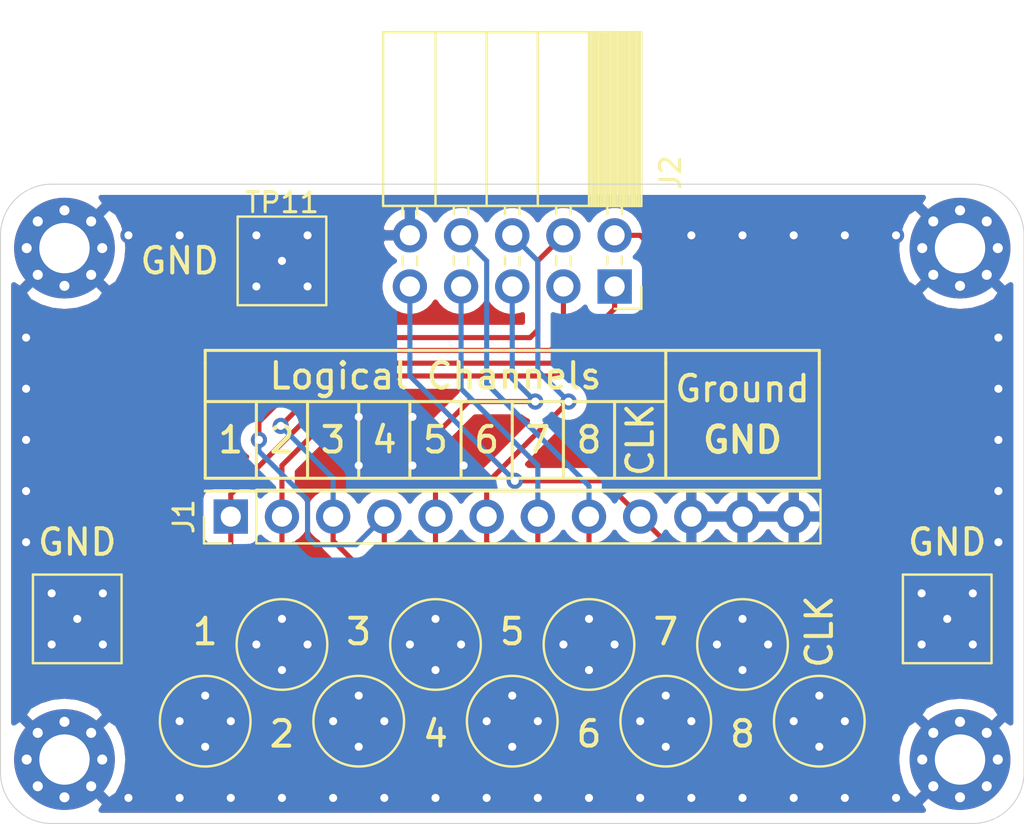
<source format=kicad_pcb>
(kicad_pcb (version 20171130) (host pcbnew 5.1.5+dfsg1-2build2)

  (general
    (thickness 1.6)
    (drawings 53)
    (tracks 189)
    (zones 0)
    (modules 18)
    (nets 11)
  )

  (page A4)
  (layers
    (0 F.Cu signal)
    (31 B.Cu signal)
    (32 B.Adhes user)
    (33 F.Adhes user)
    (34 B.Paste user)
    (35 F.Paste user)
    (36 B.SilkS user)
    (37 F.SilkS user)
    (38 B.Mask user)
    (39 F.Mask user)
    (40 Dwgs.User user)
    (41 Cmts.User user)
    (42 Eco1.User user)
    (43 Eco2.User user)
    (44 Edge.Cuts user)
    (45 Margin user)
    (46 B.CrtYd user)
    (47 F.CrtYd user)
    (48 B.Fab user)
    (49 F.Fab user)
  )

  (setup
    (last_trace_width 0.127)
    (user_trace_width 0.127)
    (user_trace_width 0.1524)
    (user_trace_width 0.1778)
    (user_trace_width 0.2032)
    (user_trace_width 0.2286)
    (user_trace_width 0.254)
    (user_trace_width 0.3048)
    (user_trace_width 0.3556)
    (user_trace_width 0.4064)
    (user_trace_width 0.4572)
    (user_trace_width 0.508)
    (user_trace_width 0.6096)
    (user_trace_width 0.6604)
    (user_trace_width 0.762)
    (user_trace_width 0.9144)
    (user_trace_width 1.016)
    (user_trace_width 1.27)
    (user_trace_width 2.54)
    (trace_clearance 0.127)
    (zone_clearance 0.508)
    (zone_45_only no)
    (trace_min 0.127)
    (via_size 0.6)
    (via_drill 0.3)
    (via_min_size 0.6)
    (via_min_drill 0.3)
    (user_via 0.6 0.3)
    (user_via 0.8 0.4)
    (user_via 1 0.8)
    (uvia_size 0.3)
    (uvia_drill 0.1)
    (uvias_allowed no)
    (uvia_min_size 0.2)
    (uvia_min_drill 0.1)
    (edge_width 0.05)
    (segment_width 0.127)
    (pcb_text_width 0.2)
    (pcb_text_size 1.27 1.27)
    (mod_edge_width 0.1524)
    (mod_text_size 1.27 1.27)
    (mod_text_width 0.2)
    (pad_size 1.524 1.524)
    (pad_drill 0.762)
    (pad_to_mask_clearance 0.051)
    (solder_mask_min_width 0.25)
    (aux_axis_origin 0 0)
    (visible_elements FFFFFF7F)
    (pcbplotparams
      (layerselection 0x010fc_ffffffff)
      (usegerberextensions false)
      (usegerberattributes false)
      (usegerberadvancedattributes false)
      (creategerberjobfile false)
      (excludeedgelayer true)
      (linewidth 0.100000)
      (plotframeref false)
      (viasonmask false)
      (mode 1)
      (useauxorigin false)
      (hpglpennumber 1)
      (hpglpenspeed 20)
      (hpglpendiameter 15.000000)
      (psnegative false)
      (psa4output false)
      (plotreference true)
      (plotvalue true)
      (plotinvisibletext false)
      (padsonsilk false)
      (subtractmaskfromsilk false)
      (outputformat 1)
      (mirror false)
      (drillshape 1)
      (scaleselection 1)
      (outputdirectory ""))
  )

  (net 0 "")
  (net 1 GND)
  (net 2 CLK)
  (net 3 CH8)
  (net 4 CH7)
  (net 5 CH6)
  (net 6 CH5)
  (net 7 CH4)
  (net 8 CH3)
  (net 9 CH2)
  (net 10 CH1)

  (net_class Default "This is the default net class."
    (clearance 0.127)
    (trace_width 0.127)
    (via_dia 0.6)
    (via_drill 0.3)
    (uvia_dia 0.3)
    (uvia_drill 0.1)
    (add_net CH1)
    (add_net CH2)
    (add_net CH3)
    (add_net CH4)
    (add_net CH5)
    (add_net CH6)
    (add_net CH7)
    (add_net CH8)
    (add_net CLK)
    (add_net GND)
  )

  (net_class USB ""
    (clearance 0.3048)
    (trace_width 0.1524)
    (via_dia 0.6)
    (via_drill 0.3)
    (uvia_dia 0.3)
    (uvia_drill 0.1)
  )

  (net_class USB_HS ""
    (clearance 0.6096)
    (trace_width 0.1524)
    (via_dia 0.6)
    (via_drill 0.3)
    (uvia_dia 0.3)
    (uvia_drill 0.1)
  )

  (module MountingHole:MountingHole_2.5mm_Pad_Via (layer F.Cu) (tedit 56DDBAEA) (tstamp 5F94A39C)
    (at 163.195 59.055)
    (descr "Mounting Hole 2.5mm")
    (tags "mounting hole 2.5mm")
    (path /5F97FD48)
    (attr virtual)
    (fp_text reference H4 (at 0 -3.5) (layer F.SilkS) hide
      (effects (font (size 1 1) (thickness 0.15)))
    )
    (fp_text value MountingHole_Pad (at 0 3.5) (layer F.Fab) hide
      (effects (font (size 1 1) (thickness 0.15)))
    )
    (fp_circle (center 0 0) (end 2.75 0) (layer F.CrtYd) (width 0.05))
    (fp_circle (center 0 0) (end 2.5 0) (layer Cmts.User) (width 0.15))
    (fp_text user %R (at 0.3 0) (layer F.Fab)
      (effects (font (size 1 1) (thickness 0.15)))
    )
    (pad 1 thru_hole circle (at 1.325825 -1.325825) (size 0.8 0.8) (drill 0.5) (layers *.Cu *.Mask)
      (net 1 GND))
    (pad 1 thru_hole circle (at 0 -1.875) (size 0.8 0.8) (drill 0.5) (layers *.Cu *.Mask)
      (net 1 GND))
    (pad 1 thru_hole circle (at -1.325825 -1.325825) (size 0.8 0.8) (drill 0.5) (layers *.Cu *.Mask)
      (net 1 GND))
    (pad 1 thru_hole circle (at -1.875 0) (size 0.8 0.8) (drill 0.5) (layers *.Cu *.Mask)
      (net 1 GND))
    (pad 1 thru_hole circle (at -1.325825 1.325825) (size 0.8 0.8) (drill 0.5) (layers *.Cu *.Mask)
      (net 1 GND))
    (pad 1 thru_hole circle (at 0 1.875) (size 0.8 0.8) (drill 0.5) (layers *.Cu *.Mask)
      (net 1 GND))
    (pad 1 thru_hole circle (at 1.325825 1.325825) (size 0.8 0.8) (drill 0.5) (layers *.Cu *.Mask)
      (net 1 GND))
    (pad 1 thru_hole circle (at 1.875 0) (size 0.8 0.8) (drill 0.5) (layers *.Cu *.Mask)
      (net 1 GND))
    (pad 1 thru_hole circle (at 0 0) (size 5 5) (drill 2.5) (layers *.Cu *.Mask)
      (net 1 GND))
  )

  (module MountingHole:MountingHole_2.5mm_Pad_Via (layer F.Cu) (tedit 56DDBAEA) (tstamp 5F94A38C)
    (at 163.195 33.655)
    (descr "Mounting Hole 2.5mm")
    (tags "mounting hole 2.5mm")
    (path /5F97FB1C)
    (attr virtual)
    (fp_text reference H3 (at 0 -3.5) (layer F.SilkS) hide
      (effects (font (size 1 1) (thickness 0.15)))
    )
    (fp_text value MountingHole_Pad (at 0 3.5) (layer F.Fab) hide
      (effects (font (size 1 1) (thickness 0.15)))
    )
    (fp_circle (center 0 0) (end 2.75 0) (layer F.CrtYd) (width 0.05))
    (fp_circle (center 0 0) (end 2.5 0) (layer Cmts.User) (width 0.15))
    (fp_text user %R (at 0.3 0) (layer F.Fab)
      (effects (font (size 1 1) (thickness 0.15)))
    )
    (pad 1 thru_hole circle (at 1.325825 -1.325825) (size 0.8 0.8) (drill 0.5) (layers *.Cu *.Mask)
      (net 1 GND))
    (pad 1 thru_hole circle (at 0 -1.875) (size 0.8 0.8) (drill 0.5) (layers *.Cu *.Mask)
      (net 1 GND))
    (pad 1 thru_hole circle (at -1.325825 -1.325825) (size 0.8 0.8) (drill 0.5) (layers *.Cu *.Mask)
      (net 1 GND))
    (pad 1 thru_hole circle (at -1.875 0) (size 0.8 0.8) (drill 0.5) (layers *.Cu *.Mask)
      (net 1 GND))
    (pad 1 thru_hole circle (at -1.325825 1.325825) (size 0.8 0.8) (drill 0.5) (layers *.Cu *.Mask)
      (net 1 GND))
    (pad 1 thru_hole circle (at 0 1.875) (size 0.8 0.8) (drill 0.5) (layers *.Cu *.Mask)
      (net 1 GND))
    (pad 1 thru_hole circle (at 1.325825 1.325825) (size 0.8 0.8) (drill 0.5) (layers *.Cu *.Mask)
      (net 1 GND))
    (pad 1 thru_hole circle (at 1.875 0) (size 0.8 0.8) (drill 0.5) (layers *.Cu *.Mask)
      (net 1 GND))
    (pad 1 thru_hole circle (at 0 0) (size 5 5) (drill 2.5) (layers *.Cu *.Mask)
      (net 1 GND))
  )

  (module MountingHole:MountingHole_2.5mm_Pad_Via (layer F.Cu) (tedit 56DDBAEA) (tstamp 5F94A37C)
    (at 118.745 59.055)
    (descr "Mounting Hole 2.5mm")
    (tags "mounting hole 2.5mm")
    (path /5F97F908)
    (attr virtual)
    (fp_text reference H2 (at 0 -3.5) (layer F.SilkS) hide
      (effects (font (size 1 1) (thickness 0.15)))
    )
    (fp_text value MountingHole_Pad (at 0 3.5) (layer F.Fab) hide
      (effects (font (size 1 1) (thickness 0.15)))
    )
    (fp_circle (center 0 0) (end 2.75 0) (layer F.CrtYd) (width 0.05))
    (fp_circle (center 0 0) (end 2.5 0) (layer Cmts.User) (width 0.15))
    (fp_text user %R (at 0.3 0) (layer F.Fab)
      (effects (font (size 1 1) (thickness 0.15)))
    )
    (pad 1 thru_hole circle (at 1.325825 -1.325825) (size 0.8 0.8) (drill 0.5) (layers *.Cu *.Mask)
      (net 1 GND))
    (pad 1 thru_hole circle (at 0 -1.875) (size 0.8 0.8) (drill 0.5) (layers *.Cu *.Mask)
      (net 1 GND))
    (pad 1 thru_hole circle (at -1.325825 -1.325825) (size 0.8 0.8) (drill 0.5) (layers *.Cu *.Mask)
      (net 1 GND))
    (pad 1 thru_hole circle (at -1.875 0) (size 0.8 0.8) (drill 0.5) (layers *.Cu *.Mask)
      (net 1 GND))
    (pad 1 thru_hole circle (at -1.325825 1.325825) (size 0.8 0.8) (drill 0.5) (layers *.Cu *.Mask)
      (net 1 GND))
    (pad 1 thru_hole circle (at 0 1.875) (size 0.8 0.8) (drill 0.5) (layers *.Cu *.Mask)
      (net 1 GND))
    (pad 1 thru_hole circle (at 1.325825 1.325825) (size 0.8 0.8) (drill 0.5) (layers *.Cu *.Mask)
      (net 1 GND))
    (pad 1 thru_hole circle (at 1.875 0) (size 0.8 0.8) (drill 0.5) (layers *.Cu *.Mask)
      (net 1 GND))
    (pad 1 thru_hole circle (at 0 0) (size 5 5) (drill 2.5) (layers *.Cu *.Mask)
      (net 1 GND))
  )

  (module MountingHole:MountingHole_2.5mm_Pad_Via (layer F.Cu) (tedit 56DDBAEA) (tstamp 5F94A36C)
    (at 118.745 33.655)
    (descr "Mounting Hole 2.5mm")
    (tags "mounting hole 2.5mm")
    (path /5F97F2C2)
    (attr virtual)
    (fp_text reference H1 (at 0 -3.5) (layer F.SilkS) hide
      (effects (font (size 1 1) (thickness 0.15)))
    )
    (fp_text value MountingHole_Pad (at 0 3.5) (layer F.Fab) hide
      (effects (font (size 1 1) (thickness 0.15)))
    )
    (fp_circle (center 0 0) (end 2.75 0) (layer F.CrtYd) (width 0.05))
    (fp_circle (center 0 0) (end 2.5 0) (layer Cmts.User) (width 0.15))
    (fp_text user %R (at 0.3 0) (layer F.Fab)
      (effects (font (size 1 1) (thickness 0.15)))
    )
    (pad 1 thru_hole circle (at 1.325825 -1.325825) (size 0.8 0.8) (drill 0.5) (layers *.Cu *.Mask)
      (net 1 GND))
    (pad 1 thru_hole circle (at 0 -1.875) (size 0.8 0.8) (drill 0.5) (layers *.Cu *.Mask)
      (net 1 GND))
    (pad 1 thru_hole circle (at -1.325825 -1.325825) (size 0.8 0.8) (drill 0.5) (layers *.Cu *.Mask)
      (net 1 GND))
    (pad 1 thru_hole circle (at -1.875 0) (size 0.8 0.8) (drill 0.5) (layers *.Cu *.Mask)
      (net 1 GND))
    (pad 1 thru_hole circle (at -1.325825 1.325825) (size 0.8 0.8) (drill 0.5) (layers *.Cu *.Mask)
      (net 1 GND))
    (pad 1 thru_hole circle (at 0 1.875) (size 0.8 0.8) (drill 0.5) (layers *.Cu *.Mask)
      (net 1 GND))
    (pad 1 thru_hole circle (at 1.325825 1.325825) (size 0.8 0.8) (drill 0.5) (layers *.Cu *.Mask)
      (net 1 GND))
    (pad 1 thru_hole circle (at 1.875 0) (size 0.8 0.8) (drill 0.5) (layers *.Cu *.Mask)
      (net 1 GND))
    (pad 1 thru_hole circle (at 0 0) (size 5 5) (drill 2.5) (layers *.Cu *.Mask)
      (net 1 GND))
  )

  (module Connector_PinSocket_2.54mm:PinSocket_2x05_P2.54mm_Horizontal (layer F.Cu) (tedit 5A19A422) (tstamp 5F9495AD)
    (at 146.05 35.56 270)
    (descr "Through hole angled socket strip, 2x05, 2.54mm pitch, 8.51mm socket length, double cols (from Kicad 4.0.7), script generated")
    (tags "Through hole angled socket strip THT 2x05 2.54mm double row")
    (path /5F9772D2)
    (fp_text reference J2 (at -5.65 -2.77 90) (layer F.SilkS)
      (effects (font (size 1 1) (thickness 0.15)))
    )
    (fp_text value Conn_02x05_Odd_Even (at -5.65 12.93 90) (layer F.Fab)
      (effects (font (size 1 1) (thickness 0.15)))
    )
    (fp_text user %R (at -8.315 5.08) (layer F.Fab)
      (effects (font (size 1 1) (thickness 0.15)))
    )
    (fp_line (start 1.8 11.95) (end 1.8 -1.75) (layer F.CrtYd) (width 0.05))
    (fp_line (start -13.05 11.95) (end 1.8 11.95) (layer F.CrtYd) (width 0.05))
    (fp_line (start -13.05 -1.75) (end -13.05 11.95) (layer F.CrtYd) (width 0.05))
    (fp_line (start 1.8 -1.75) (end -13.05 -1.75) (layer F.CrtYd) (width 0.05))
    (fp_line (start 0 -1.33) (end 1.11 -1.33) (layer F.SilkS) (width 0.12))
    (fp_line (start 1.11 -1.33) (end 1.11 0) (layer F.SilkS) (width 0.12))
    (fp_line (start -12.63 -1.33) (end -12.63 11.49) (layer F.SilkS) (width 0.12))
    (fp_line (start -12.63 11.49) (end -4 11.49) (layer F.SilkS) (width 0.12))
    (fp_line (start -4 -1.33) (end -4 11.49) (layer F.SilkS) (width 0.12))
    (fp_line (start -12.63 -1.33) (end -4 -1.33) (layer F.SilkS) (width 0.12))
    (fp_line (start -12.63 8.89) (end -4 8.89) (layer F.SilkS) (width 0.12))
    (fp_line (start -12.63 6.35) (end -4 6.35) (layer F.SilkS) (width 0.12))
    (fp_line (start -12.63 3.81) (end -4 3.81) (layer F.SilkS) (width 0.12))
    (fp_line (start -12.63 1.27) (end -4 1.27) (layer F.SilkS) (width 0.12))
    (fp_line (start -1.49 10.52) (end -1.05 10.52) (layer F.SilkS) (width 0.12))
    (fp_line (start -4 10.52) (end -3.59 10.52) (layer F.SilkS) (width 0.12))
    (fp_line (start -1.49 9.8) (end -1.05 9.8) (layer F.SilkS) (width 0.12))
    (fp_line (start -4 9.8) (end -3.59 9.8) (layer F.SilkS) (width 0.12))
    (fp_line (start -1.49 7.98) (end -1.05 7.98) (layer F.SilkS) (width 0.12))
    (fp_line (start -4 7.98) (end -3.59 7.98) (layer F.SilkS) (width 0.12))
    (fp_line (start -1.49 7.26) (end -1.05 7.26) (layer F.SilkS) (width 0.12))
    (fp_line (start -4 7.26) (end -3.59 7.26) (layer F.SilkS) (width 0.12))
    (fp_line (start -1.49 5.44) (end -1.05 5.44) (layer F.SilkS) (width 0.12))
    (fp_line (start -4 5.44) (end -3.59 5.44) (layer F.SilkS) (width 0.12))
    (fp_line (start -1.49 4.72) (end -1.05 4.72) (layer F.SilkS) (width 0.12))
    (fp_line (start -4 4.72) (end -3.59 4.72) (layer F.SilkS) (width 0.12))
    (fp_line (start -1.49 2.9) (end -1.05 2.9) (layer F.SilkS) (width 0.12))
    (fp_line (start -4 2.9) (end -3.59 2.9) (layer F.SilkS) (width 0.12))
    (fp_line (start -1.49 2.18) (end -1.05 2.18) (layer F.SilkS) (width 0.12))
    (fp_line (start -4 2.18) (end -3.59 2.18) (layer F.SilkS) (width 0.12))
    (fp_line (start -1.49 0.36) (end -1.11 0.36) (layer F.SilkS) (width 0.12))
    (fp_line (start -4 0.36) (end -3.59 0.36) (layer F.SilkS) (width 0.12))
    (fp_line (start -1.49 -0.36) (end -1.11 -0.36) (layer F.SilkS) (width 0.12))
    (fp_line (start -4 -0.36) (end -3.59 -0.36) (layer F.SilkS) (width 0.12))
    (fp_line (start -12.63 1.1519) (end -4 1.1519) (layer F.SilkS) (width 0.12))
    (fp_line (start -12.63 1.033805) (end -4 1.033805) (layer F.SilkS) (width 0.12))
    (fp_line (start -12.63 0.91571) (end -4 0.91571) (layer F.SilkS) (width 0.12))
    (fp_line (start -12.63 0.797615) (end -4 0.797615) (layer F.SilkS) (width 0.12))
    (fp_line (start -12.63 0.67952) (end -4 0.67952) (layer F.SilkS) (width 0.12))
    (fp_line (start -12.63 0.561425) (end -4 0.561425) (layer F.SilkS) (width 0.12))
    (fp_line (start -12.63 0.44333) (end -4 0.44333) (layer F.SilkS) (width 0.12))
    (fp_line (start -12.63 0.325235) (end -4 0.325235) (layer F.SilkS) (width 0.12))
    (fp_line (start -12.63 0.20714) (end -4 0.20714) (layer F.SilkS) (width 0.12))
    (fp_line (start -12.63 0.089045) (end -4 0.089045) (layer F.SilkS) (width 0.12))
    (fp_line (start -12.63 -0.02905) (end -4 -0.02905) (layer F.SilkS) (width 0.12))
    (fp_line (start -12.63 -0.147145) (end -4 -0.147145) (layer F.SilkS) (width 0.12))
    (fp_line (start -12.63 -0.26524) (end -4 -0.26524) (layer F.SilkS) (width 0.12))
    (fp_line (start -12.63 -0.383335) (end -4 -0.383335) (layer F.SilkS) (width 0.12))
    (fp_line (start -12.63 -0.50143) (end -4 -0.50143) (layer F.SilkS) (width 0.12))
    (fp_line (start -12.63 -0.619525) (end -4 -0.619525) (layer F.SilkS) (width 0.12))
    (fp_line (start -12.63 -0.73762) (end -4 -0.73762) (layer F.SilkS) (width 0.12))
    (fp_line (start -12.63 -0.855715) (end -4 -0.855715) (layer F.SilkS) (width 0.12))
    (fp_line (start -12.63 -0.97381) (end -4 -0.97381) (layer F.SilkS) (width 0.12))
    (fp_line (start -12.63 -1.091905) (end -4 -1.091905) (layer F.SilkS) (width 0.12))
    (fp_line (start -12.63 -1.21) (end -4 -1.21) (layer F.SilkS) (width 0.12))
    (fp_line (start 0 10.46) (end 0 9.86) (layer F.Fab) (width 0.1))
    (fp_line (start -4.06 10.46) (end 0 10.46) (layer F.Fab) (width 0.1))
    (fp_line (start 0 9.86) (end -4.06 9.86) (layer F.Fab) (width 0.1))
    (fp_line (start 0 7.92) (end 0 7.32) (layer F.Fab) (width 0.1))
    (fp_line (start -4.06 7.92) (end 0 7.92) (layer F.Fab) (width 0.1))
    (fp_line (start 0 7.32) (end -4.06 7.32) (layer F.Fab) (width 0.1))
    (fp_line (start 0 5.38) (end 0 4.78) (layer F.Fab) (width 0.1))
    (fp_line (start -4.06 5.38) (end 0 5.38) (layer F.Fab) (width 0.1))
    (fp_line (start 0 4.78) (end -4.06 4.78) (layer F.Fab) (width 0.1))
    (fp_line (start 0 2.84) (end 0 2.24) (layer F.Fab) (width 0.1))
    (fp_line (start -4.06 2.84) (end 0 2.84) (layer F.Fab) (width 0.1))
    (fp_line (start 0 2.24) (end -4.06 2.24) (layer F.Fab) (width 0.1))
    (fp_line (start 0 0.3) (end 0 -0.3) (layer F.Fab) (width 0.1))
    (fp_line (start -4.06 0.3) (end 0 0.3) (layer F.Fab) (width 0.1))
    (fp_line (start 0 -0.3) (end -4.06 -0.3) (layer F.Fab) (width 0.1))
    (fp_line (start -12.57 11.43) (end -12.57 -1.27) (layer F.Fab) (width 0.1))
    (fp_line (start -4.06 11.43) (end -12.57 11.43) (layer F.Fab) (width 0.1))
    (fp_line (start -4.06 -0.3) (end -4.06 11.43) (layer F.Fab) (width 0.1))
    (fp_line (start -5.03 -1.27) (end -4.06 -0.3) (layer F.Fab) (width 0.1))
    (fp_line (start -12.57 -1.27) (end -5.03 -1.27) (layer F.Fab) (width 0.1))
    (pad 10 thru_hole oval (at -2.54 10.16 270) (size 1.7 1.7) (drill 1) (layers *.Cu *.Mask)
      (net 1 GND))
    (pad 9 thru_hole oval (at 0 10.16 270) (size 1.7 1.7) (drill 1) (layers *.Cu *.Mask)
      (net 2 CLK))
    (pad 8 thru_hole oval (at -2.54 7.62 270) (size 1.7 1.7) (drill 1) (layers *.Cu *.Mask)
      (net 3 CH8))
    (pad 7 thru_hole oval (at 0 7.62 270) (size 1.7 1.7) (drill 1) (layers *.Cu *.Mask)
      (net 4 CH7))
    (pad 6 thru_hole oval (at -2.54 5.08 270) (size 1.7 1.7) (drill 1) (layers *.Cu *.Mask)
      (net 5 CH6))
    (pad 5 thru_hole oval (at 0 5.08 270) (size 1.7 1.7) (drill 1) (layers *.Cu *.Mask)
      (net 6 CH5))
    (pad 4 thru_hole oval (at -2.54 2.54 270) (size 1.7 1.7) (drill 1) (layers *.Cu *.Mask)
      (net 7 CH4))
    (pad 3 thru_hole oval (at 0 2.54 270) (size 1.7 1.7) (drill 1) (layers *.Cu *.Mask)
      (net 8 CH3))
    (pad 2 thru_hole oval (at -2.54 0 270) (size 1.7 1.7) (drill 1) (layers *.Cu *.Mask)
      (net 9 CH2))
    (pad 1 thru_hole rect (at 0 0 270) (size 1.7 1.7) (drill 1) (layers *.Cu *.Mask)
      (net 10 CH1))
    (model ${KISYS3DMOD}/Connector_PinSocket_2.54mm.3dshapes/PinSocket_2x05_P2.54mm_Horizontal.wrl
      (at (xyz 0 0 0))
      (scale (xyz 1 1 1))
      (rotate (xyz 0 0 0))
    )
  )

  (module TestPoint:TestPoint_Pad_4.0x4.0mm (layer F.Cu) (tedit 5A0F774F) (tstamp 5F9478A2)
    (at 119.38 52.07)
    (descr "SMD rectangular pad as test Point, square 4.0mm side length")
    (tags "test point SMD pad rectangle square")
    (path /5F945608)
    (attr virtual)
    (fp_text reference TP12 (at 0 -3.175) (layer F.SilkS) hide
      (effects (font (size 1 1) (thickness 0.15)))
    )
    (fp_text value GND (at 0 3.1) (layer F.Fab) hide
      (effects (font (size 1 1) (thickness 0.15)))
    )
    (fp_line (start 2.5 2.5) (end -2.5 2.5) (layer F.CrtYd) (width 0.05))
    (fp_line (start 2.5 2.5) (end 2.5 -2.5) (layer F.CrtYd) (width 0.05))
    (fp_line (start -2.5 -2.5) (end -2.5 2.5) (layer F.CrtYd) (width 0.05))
    (fp_line (start -2.5 -2.5) (end 2.5 -2.5) (layer F.CrtYd) (width 0.05))
    (fp_line (start -2.2 2.2) (end -2.2 -2.2) (layer F.SilkS) (width 0.12))
    (fp_line (start 2.2 2.2) (end -2.2 2.2) (layer F.SilkS) (width 0.12))
    (fp_line (start 2.2 -2.2) (end 2.2 2.2) (layer F.SilkS) (width 0.12))
    (fp_line (start -2.2 -2.2) (end 2.2 -2.2) (layer F.SilkS) (width 0.12))
    (fp_text user %R (at 0 -4.445) (layer F.Fab)
      (effects (font (size 1 1) (thickness 0.15)))
    )
    (pad 1 smd rect (at 0 0) (size 4 4) (layers F.Cu F.Mask)
      (net 1 GND))
  )

  (module TestPoint:TestPoint_Pad_4.0x4.0mm (layer F.Cu) (tedit 5A0F774F) (tstamp 5F947894)
    (at 129.54 34.29)
    (descr "SMD rectangular pad as test Point, square 4.0mm side length")
    (tags "test point SMD pad rectangle square")
    (path /5F945409)
    (attr virtual)
    (fp_text reference TP11 (at 0 -2.898) (layer F.SilkS)
      (effects (font (size 1 1) (thickness 0.15)))
    )
    (fp_text value GND (at 0 3.1) (layer F.Fab)
      (effects (font (size 1 1) (thickness 0.15)))
    )
    (fp_line (start 2.5 2.5) (end -2.5 2.5) (layer F.CrtYd) (width 0.05))
    (fp_line (start 2.5 2.5) (end 2.5 -2.5) (layer F.CrtYd) (width 0.05))
    (fp_line (start -2.5 -2.5) (end -2.5 2.5) (layer F.CrtYd) (width 0.05))
    (fp_line (start -2.5 -2.5) (end 2.5 -2.5) (layer F.CrtYd) (width 0.05))
    (fp_line (start -2.2 2.2) (end -2.2 -2.2) (layer F.SilkS) (width 0.12))
    (fp_line (start 2.2 2.2) (end -2.2 2.2) (layer F.SilkS) (width 0.12))
    (fp_line (start 2.2 -2.2) (end 2.2 2.2) (layer F.SilkS) (width 0.12))
    (fp_line (start -2.2 -2.2) (end 2.2 -2.2) (layer F.SilkS) (width 0.12))
    (fp_text user %R (at 0 -2.9) (layer F.Fab)
      (effects (font (size 1 1) (thickness 0.15)))
    )
    (pad 1 smd rect (at 0 0) (size 4 4) (layers F.Cu F.Mask)
      (net 1 GND))
  )

  (module TestPoint:TestPoint_Pad_4.0x4.0mm (layer F.Cu) (tedit 5A0F774F) (tstamp 5F9499AD)
    (at 162.56 52.07)
    (descr "SMD rectangular pad as test Point, square 4.0mm side length")
    (tags "test point SMD pad rectangle square")
    (path /5F9452B5)
    (attr virtual)
    (fp_text reference TP10 (at 0 -2.898) (layer F.SilkS) hide
      (effects (font (size 1 1) (thickness 0.15)))
    )
    (fp_text value GND (at 0 3.1) (layer F.Fab) hide
      (effects (font (size 1 1) (thickness 0.15)))
    )
    (fp_line (start 2.5 2.5) (end -2.5 2.5) (layer F.CrtYd) (width 0.05))
    (fp_line (start 2.5 2.5) (end 2.5 -2.5) (layer F.CrtYd) (width 0.05))
    (fp_line (start -2.5 -2.5) (end -2.5 2.5) (layer F.CrtYd) (width 0.05))
    (fp_line (start -2.5 -2.5) (end 2.5 -2.5) (layer F.CrtYd) (width 0.05))
    (fp_line (start -2.2 2.2) (end -2.2 -2.2) (layer F.SilkS) (width 0.12))
    (fp_line (start 2.2 2.2) (end -2.2 2.2) (layer F.SilkS) (width 0.12))
    (fp_line (start 2.2 -2.2) (end 2.2 2.2) (layer F.SilkS) (width 0.12))
    (fp_line (start -2.2 -2.2) (end 2.2 -2.2) (layer F.SilkS) (width 0.12))
    (fp_text user %R (at 0 -2.9) (layer F.Fab)
      (effects (font (size 1 1) (thickness 0.15)))
    )
    (pad 1 smd rect (at 0 0) (size 4 4) (layers F.Cu F.Mask)
      (net 1 GND))
  )

  (module TestPoint:TestPoint_Pad_D4.0mm (layer F.Cu) (tedit 5A0F774F) (tstamp 5F949968)
    (at 156.21 57.15)
    (descr "SMD pad as test Point, diameter 4.0mm")
    (tags "test point SMD pad")
    (path /5F9450F3)
    (attr virtual)
    (fp_text reference TP9 (at 0 -2.898) (layer F.SilkS) hide
      (effects (font (size 1 1) (thickness 0.15)))
    )
    (fp_text value CLK (at 0 3.1) (layer F.Fab) hide
      (effects (font (size 1 1) (thickness 0.15)))
    )
    (fp_circle (center 0 0) (end 0 2.25) (layer F.SilkS) (width 0.12))
    (fp_circle (center 0 0) (end 2.5 0) (layer F.CrtYd) (width 0.05))
    (fp_text user %R (at 0 -2.9) (layer F.Fab)
      (effects (font (size 1 1) (thickness 0.15)))
    )
    (pad 1 smd circle (at 0 0) (size 4 4) (layers F.Cu F.Mask)
      (net 2 CLK))
  )

  (module TestPoint:TestPoint_Pad_D4.0mm (layer F.Cu) (tedit 5A0F774F) (tstamp 5F9499E3)
    (at 152.4 53.34)
    (descr "SMD pad as test Point, diameter 4.0mm")
    (tags "test point SMD pad")
    (path /5F944F3F)
    (attr virtual)
    (fp_text reference TP8 (at 0 -2.898) (layer F.SilkS) hide
      (effects (font (size 1 1) (thickness 0.15)))
    )
    (fp_text value CH8 (at 0 3.1) (layer F.Fab) hide
      (effects (font (size 1 1) (thickness 0.15)))
    )
    (fp_circle (center 0 0) (end 0 2.25) (layer F.SilkS) (width 0.12))
    (fp_circle (center 0 0) (end 2.5 0) (layer F.CrtYd) (width 0.05))
    (fp_text user %R (at 0 -2.9) (layer F.Fab)
      (effects (font (size 1 1) (thickness 0.15)))
    )
    (pad 1 smd circle (at 0 0) (size 4 4) (layers F.Cu F.Mask)
      (net 3 CH8))
  )

  (module TestPoint:TestPoint_Pad_D4.0mm (layer F.Cu) (tedit 5A0F774F) (tstamp 5F9499CE)
    (at 148.59 57.15)
    (descr "SMD pad as test Point, diameter 4.0mm")
    (tags "test point SMD pad")
    (path /5F944DBA)
    (attr virtual)
    (fp_text reference TP7 (at 0 -2.898) (layer F.SilkS) hide
      (effects (font (size 1 1) (thickness 0.15)))
    )
    (fp_text value CH7 (at 0 3.1) (layer F.Fab) hide
      (effects (font (size 1 1) (thickness 0.15)))
    )
    (fp_circle (center 0 0) (end 0 2.25) (layer F.SilkS) (width 0.12))
    (fp_circle (center 0 0) (end 2.5 0) (layer F.CrtYd) (width 0.05))
    (fp_text user %R (at 0 -2.9) (layer F.Fab)
      (effects (font (size 1 1) (thickness 0.15)))
    )
    (pad 1 smd circle (at 0 0) (size 4 4) (layers F.Cu F.Mask)
      (net 4 CH7))
  )

  (module TestPoint:TestPoint_Pad_D4.0mm (layer F.Cu) (tedit 5A0F774F) (tstamp 5F94997D)
    (at 144.78 53.34)
    (descr "SMD pad as test Point, diameter 4.0mm")
    (tags "test point SMD pad")
    (path /5F944C19)
    (attr virtual)
    (fp_text reference TP6 (at 0 -2.898) (layer F.SilkS) hide
      (effects (font (size 1 1) (thickness 0.15)))
    )
    (fp_text value CH6 (at 0 3.1) (layer F.Fab) hide
      (effects (font (size 1 1) (thickness 0.15)))
    )
    (fp_circle (center 0 0) (end 0 2.25) (layer F.SilkS) (width 0.12))
    (fp_circle (center 0 0) (end 2.5 0) (layer F.CrtYd) (width 0.05))
    (fp_text user %R (at 0 -2.9) (layer F.Fab)
      (effects (font (size 1 1) (thickness 0.15)))
    )
    (pad 1 smd circle (at 0 0) (size 4 4) (layers F.Cu F.Mask)
      (net 5 CH6))
  )

  (module TestPoint:TestPoint_Pad_D4.0mm (layer F.Cu) (tedit 5A0F774F) (tstamp 5F949992)
    (at 140.97 57.15)
    (descr "SMD pad as test Point, diameter 4.0mm")
    (tags "test point SMD pad")
    (path /5F944A49)
    (attr virtual)
    (fp_text reference TP5 (at 0 -2.898) (layer F.SilkS) hide
      (effects (font (size 1 1) (thickness 0.15)))
    )
    (fp_text value CH5 (at 0 3.1) (layer F.Fab) hide
      (effects (font (size 1 1) (thickness 0.15)))
    )
    (fp_circle (center 0 0) (end 0 2.25) (layer F.SilkS) (width 0.12))
    (fp_circle (center 0 0) (end 2.5 0) (layer F.CrtYd) (width 0.05))
    (fp_text user %R (at 0 -2.9) (layer F.Fab)
      (effects (font (size 1 1) (thickness 0.15)))
    )
    (pad 1 smd circle (at 0 0) (size 4 4) (layers F.Cu F.Mask)
      (net 6 CH5))
  )

  (module TestPoint:TestPoint_Pad_D4.0mm (layer F.Cu) (tedit 5A0F774F) (tstamp 5F9498E1)
    (at 137.16 53.34)
    (descr "SMD pad as test Point, diameter 4.0mm")
    (tags "test point SMD pad")
    (path /5F944891)
    (attr virtual)
    (fp_text reference TP4 (at 0 -2.898) (layer F.SilkS) hide
      (effects (font (size 1 1) (thickness 0.15)))
    )
    (fp_text value CH4 (at 0 3.1) (layer F.Fab) hide
      (effects (font (size 1 1) (thickness 0.15)))
    )
    (fp_circle (center 0 0) (end 0 2.25) (layer F.SilkS) (width 0.12))
    (fp_circle (center 0 0) (end 2.5 0) (layer F.CrtYd) (width 0.05))
    (fp_text user %R (at 0 -2.9) (layer F.Fab)
      (effects (font (size 1 1) (thickness 0.15)))
    )
    (pad 1 smd circle (at 0 0) (size 4 4) (layers F.Cu F.Mask)
      (net 7 CH4))
  )

  (module TestPoint:TestPoint_Pad_D4.0mm (layer F.Cu) (tedit 5A0F774F) (tstamp 5F949953)
    (at 133.35 57.15)
    (descr "SMD pad as test Point, diameter 4.0mm")
    (tags "test point SMD pad")
    (path /5F944662)
    (attr virtual)
    (fp_text reference TP3 (at 0 -2.898) (layer F.SilkS) hide
      (effects (font (size 1 1) (thickness 0.15)))
    )
    (fp_text value CH3 (at 0 3.1) (layer F.Fab) hide
      (effects (font (size 1 1) (thickness 0.15)))
    )
    (fp_circle (center 0 0) (end 0 2.25) (layer F.SilkS) (width 0.12))
    (fp_circle (center 0 0) (end 2.5 0) (layer F.CrtYd) (width 0.05))
    (fp_text user %R (at 0 -2.9) (layer F.Fab)
      (effects (font (size 1 1) (thickness 0.15)))
    )
    (pad 1 smd circle (at 0 0) (size 4 4) (layers F.Cu F.Mask)
      (net 8 CH3))
  )

  (module TestPoint:TestPoint_Pad_D4.0mm (layer F.Cu) (tedit 5A0F774F) (tstamp 5F9498CC)
    (at 129.54 53.34)
    (descr "SMD pad as test Point, diameter 4.0mm")
    (tags "test point SMD pad")
    (path /5F944403)
    (attr virtual)
    (fp_text reference TP2 (at 0 -2.898) (layer F.SilkS) hide
      (effects (font (size 1 1) (thickness 0.15)))
    )
    (fp_text value CH2 (at 0 3.1) (layer F.Fab) hide
      (effects (font (size 1 1) (thickness 0.15)))
    )
    (fp_circle (center 0 0) (end 0 2.25) (layer F.SilkS) (width 0.12))
    (fp_circle (center 0 0) (end 2.5 0) (layer F.CrtYd) (width 0.05))
    (fp_text user %R (at 0 -2.9) (layer F.Fab)
      (effects (font (size 1 1) (thickness 0.15)))
    )
    (pad 1 smd circle (at 0 0) (size 4 4) (layers F.Cu F.Mask)
      (net 9 CH2))
  )

  (module TestPoint:TestPoint_Pad_D4.0mm (layer F.Cu) (tedit 5A0F774F) (tstamp 5F9498B7)
    (at 125.73 57.15)
    (descr "SMD pad as test Point, diameter 4.0mm")
    (tags "test point SMD pad")
    (path /5F94381B)
    (attr virtual)
    (fp_text reference TP1 (at 0 3.175) (layer F.SilkS) hide
      (effects (font (size 1 1) (thickness 0.15)))
    )
    (fp_text value CH1 (at 0 3.1) (layer F.Fab) hide
      (effects (font (size 1 1) (thickness 0.15)))
    )
    (fp_circle (center 0 0) (end 0 2.25) (layer F.SilkS) (width 0.12))
    (fp_circle (center 0 0) (end 2.5 0) (layer F.CrtYd) (width 0.05))
    (fp_text user %R (at 0 -2.9) (layer F.Fab)
      (effects (font (size 1 1) (thickness 0.15)))
    )
    (pad 1 smd circle (at 0 0) (size 4 4) (layers F.Cu F.Mask)
      (net 10 CH1))
  )

  (module Connector_PinHeader_2.54mm:PinHeader_1x12_P2.54mm_Vertical (layer F.Cu) (tedit 59FED5CC) (tstamp 5F94990E)
    (at 127 46.99 90)
    (descr "Through hole straight pin header, 1x12, 2.54mm pitch, single row")
    (tags "Through hole pin header THT 1x12 2.54mm single row")
    (path /5F942602)
    (fp_text reference J1 (at 0 -2.33 90) (layer F.SilkS)
      (effects (font (size 1 1) (thickness 0.15)))
    )
    (fp_text value Conn_01x12 (at 0 30.27 90) (layer F.Fab)
      (effects (font (size 1 1) (thickness 0.15)))
    )
    (fp_text user %R (at -4 14.25) (layer F.Fab)
      (effects (font (size 1 1) (thickness 0.15)))
    )
    (fp_line (start 1.8 -1.8) (end -1.8 -1.8) (layer F.CrtYd) (width 0.05))
    (fp_line (start 1.8 29.75) (end 1.8 -1.8) (layer F.CrtYd) (width 0.05))
    (fp_line (start -1.8 29.75) (end 1.8 29.75) (layer F.CrtYd) (width 0.05))
    (fp_line (start -1.8 -1.8) (end -1.8 29.75) (layer F.CrtYd) (width 0.05))
    (fp_line (start -1.33 -1.33) (end 0 -1.33) (layer F.SilkS) (width 0.12))
    (fp_line (start -1.33 0) (end -1.33 -1.33) (layer F.SilkS) (width 0.12))
    (fp_line (start -1.33 1.27) (end 1.33 1.27) (layer F.SilkS) (width 0.12))
    (fp_line (start 1.33 1.27) (end 1.33 29.27) (layer F.SilkS) (width 0.12))
    (fp_line (start -1.33 1.27) (end -1.33 29.27) (layer F.SilkS) (width 0.12))
    (fp_line (start -1.33 29.27) (end 1.33 29.27) (layer F.SilkS) (width 0.12))
    (fp_line (start -1.27 -0.635) (end -0.635 -1.27) (layer F.Fab) (width 0.1))
    (fp_line (start -1.27 29.21) (end -1.27 -0.635) (layer F.Fab) (width 0.1))
    (fp_line (start 1.27 29.21) (end -1.27 29.21) (layer F.Fab) (width 0.1))
    (fp_line (start 1.27 -1.27) (end 1.27 29.21) (layer F.Fab) (width 0.1))
    (fp_line (start -0.635 -1.27) (end 1.27 -1.27) (layer F.Fab) (width 0.1))
    (pad 12 thru_hole oval (at 0 27.94 90) (size 1.7 1.7) (drill 1) (layers *.Cu *.Mask)
      (net 1 GND))
    (pad 11 thru_hole oval (at 0 25.4 90) (size 1.7 1.7) (drill 1) (layers *.Cu *.Mask)
      (net 1 GND))
    (pad 10 thru_hole oval (at 0 22.86 90) (size 1.7 1.7) (drill 1) (layers *.Cu *.Mask)
      (net 1 GND))
    (pad 9 thru_hole oval (at 0 20.32 90) (size 1.7 1.7) (drill 1) (layers *.Cu *.Mask)
      (net 2 CLK))
    (pad 8 thru_hole oval (at 0 17.78 90) (size 1.7 1.7) (drill 1) (layers *.Cu *.Mask)
      (net 3 CH8))
    (pad 7 thru_hole oval (at 0 15.24 90) (size 1.7 1.7) (drill 1) (layers *.Cu *.Mask)
      (net 4 CH7))
    (pad 6 thru_hole oval (at 0 12.7 90) (size 1.7 1.7) (drill 1) (layers *.Cu *.Mask)
      (net 5 CH6))
    (pad 5 thru_hole oval (at 0 10.16 90) (size 1.7 1.7) (drill 1) (layers *.Cu *.Mask)
      (net 6 CH5))
    (pad 4 thru_hole oval (at 0 7.62 90) (size 1.7 1.7) (drill 1) (layers *.Cu *.Mask)
      (net 7 CH4))
    (pad 3 thru_hole oval (at 0 5.08 90) (size 1.7 1.7) (drill 1) (layers *.Cu *.Mask)
      (net 8 CH3))
    (pad 2 thru_hole oval (at 0 2.54 90) (size 1.7 1.7) (drill 1) (layers *.Cu *.Mask)
      (net 9 CH2))
    (pad 1 thru_hole rect (at 0 0 90) (size 1.7 1.7) (drill 1) (layers *.Cu *.Mask)
      (net 10 CH1))
    (model ${KISYS3DMOD}/Connector_PinHeader_2.54mm.3dshapes/PinHeader_1x12_P2.54mm_Vertical.wrl
      (at (xyz 0 0 0))
      (scale (xyz 1 1 1))
      (rotate (xyz 0 0 0))
    )
  )

  (gr_text GND (at 124.46 34.29) (layer F.SilkS)
    (effects (font (size 1.27 1.27) (thickness 0.2)))
  )
  (gr_text "GND\n" (at 119.38 48.26) (layer F.SilkS)
    (effects (font (size 1.27 1.27) (thickness 0.2)))
  )
  (gr_text GND (at 162.56 48.26) (layer F.SilkS)
    (effects (font (size 1.27 1.27) (thickness 0.2)))
  )
  (gr_text CLK (at 156.21 52.705 90) (layer F.SilkS)
    (effects (font (size 1.27 1.27) (thickness 0.2)))
  )
  (gr_text 8 (at 152.4 57.785) (layer F.SilkS)
    (effects (font (size 1.27 1.27) (thickness 0.2)))
  )
  (gr_text 7 (at 148.59 52.705) (layer F.SilkS)
    (effects (font (size 1.27 1.27) (thickness 0.2)))
  )
  (gr_text 6 (at 144.78 57.785) (layer F.SilkS)
    (effects (font (size 1.27 1.27) (thickness 0.2)))
  )
  (gr_text 5 (at 140.97 52.705) (layer F.SilkS)
    (effects (font (size 1.27 1.27) (thickness 0.2)))
  )
  (gr_text 4 (at 137.16 57.785) (layer F.SilkS)
    (effects (font (size 1.27 1.27) (thickness 0.2)))
  )
  (gr_text 3 (at 133.35 52.705) (layer F.SilkS)
    (effects (font (size 1.27 1.27) (thickness 0.2)))
  )
  (gr_text 2 (at 129.54 57.785) (layer F.SilkS)
    (effects (font (size 1.27 1.27) (thickness 0.2)))
  )
  (gr_text 1 (at 125.73 52.705) (layer F.SilkS)
    (effects (font (size 1.27 1.27) (thickness 0.2)))
  )
  (gr_line (start 156.21 45.085) (end 148.59 45.085) (layer F.SilkS) (width 0.1524) (tstamp 5F94C048))
  (gr_line (start 146.05 45.085) (end 148.59 45.085) (layer F.SilkS) (width 0.1524))
  (gr_text Ground (at 152.4 40.64) (layer F.SilkS)
    (effects (font (size 1.27 1.27) (thickness 0.2)))
  )
  (gr_line (start 125.73 45.085) (end 146.05 45.085) (layer F.SilkS) (width 0.1524))
  (gr_line (start 125.73 38.735) (end 125.73 39.37) (layer F.SilkS) (width 0.1524) (tstamp 5F94BB30))
  (gr_line (start 148.59 39.37) (end 148.59 38.735) (layer F.SilkS) (width 0.1524))
  (gr_line (start 156.21 38.735) (end 156.21 39.37) (layer F.SilkS) (width 0.1524) (tstamp 5F94BB2F))
  (gr_text "Logical Channels" (at 137.16 40.005) (layer F.SilkS)
    (effects (font (size 1.27 1.27) (thickness 0.2)))
  )
  (gr_line (start 146.05 45.085) (end 146.05 41.275) (layer F.SilkS) (width 0.1524))
  (gr_line (start 143.51 45.085) (end 143.51 41.275) (layer F.SilkS) (width 0.1524))
  (gr_line (start 140.97 45.085) (end 140.97 41.275) (layer F.SilkS) (width 0.1524))
  (gr_line (start 138.43 45.085) (end 138.43 41.275) (layer F.SilkS) (width 0.1524))
  (gr_line (start 135.89 45.085) (end 135.89 41.275) (layer F.SilkS) (width 0.1524))
  (gr_line (start 133.35 45.085) (end 133.35 41.275) (layer F.SilkS) (width 0.1524))
  (gr_line (start 130.81 45.085) (end 130.81 41.275) (layer F.SilkS) (width 0.1524))
  (gr_line (start 128.27 45.085) (end 128.27 41.275) (layer F.SilkS) (width 0.1524))
  (gr_line (start 148.59 41.275) (end 125.73 41.275) (layer F.SilkS) (width 0.1524))
  (gr_line (start 148.59 45.72) (end 125.73 45.72) (layer F.SilkS) (width 0.1524) (tstamp 5F94B853))
  (gr_line (start 148.59 45.72) (end 156.21 45.72) (layer F.SilkS) (width 0.1524) (tstamp 5F94B852))
  (gr_line (start 148.59 39.37) (end 148.59 45.085) (layer F.SilkS) (width 0.1524))
  (gr_line (start 156.21 39.37) (end 156.21 45.085) (layer F.SilkS) (width 0.1524))
  (gr_line (start 125.73 38.735) (end 156.21 38.735) (layer F.SilkS) (width 0.1524))
  (gr_line (start 125.73 45.085) (end 125.73 39.37) (layer F.SilkS) (width 0.1524))
  (gr_text GND (at 152.4 43.18) (layer F.SilkS)
    (effects (font (size 1.27 1.27) (thickness 0.25)))
  )
  (gr_text CLK (at 147.32 43.18 90) (layer F.SilkS)
    (effects (font (size 1.27 1.27) (thickness 0.2)))
  )
  (gr_text 8 (at 144.78 43.18) (layer F.SilkS)
    (effects (font (size 1.27 1.27) (thickness 0.2)))
  )
  (gr_text 7 (at 142.24 43.18) (layer F.SilkS)
    (effects (font (size 1.27 1.27) (thickness 0.2)))
  )
  (gr_text 6 (at 139.7 43.18) (layer F.SilkS)
    (effects (font (size 1.27 1.27) (thickness 0.2)))
  )
  (gr_text 5 (at 137.16 43.18) (layer F.SilkS)
    (effects (font (size 1.27 1.27) (thickness 0.2)))
  )
  (gr_text 4 (at 134.62 43.18) (layer F.SilkS)
    (effects (font (size 1.27 1.27) (thickness 0.2)))
  )
  (gr_text 3 (at 132.08 43.18) (layer F.SilkS)
    (effects (font (size 1.27 1.27) (thickness 0.2)))
  )
  (gr_text 2 (at 129.54 43.18) (layer F.SilkS)
    (effects (font (size 1.27 1.27) (thickness 0.2)))
  )
  (gr_text 1 (at 127 43.18) (layer F.SilkS)
    (effects (font (size 1.27 1.27) (thickness 0.2)))
  )
  (gr_arc (start 163.83 59.69) (end 163.83 62.23) (angle -90) (layer Edge.Cuts) (width 0.05))
  (gr_arc (start 118.11 59.69) (end 115.57 59.69) (angle -90) (layer Edge.Cuts) (width 0.05))
  (gr_arc (start 163.83 33.02) (end 166.37 33.02) (angle -90) (layer Edge.Cuts) (width 0.05))
  (gr_arc (start 118.11 33.02) (end 118.11 30.48) (angle -90) (layer Edge.Cuts) (width 0.05))
  (gr_line (start 115.57 59.69) (end 115.57 33.02) (layer Edge.Cuts) (width 0.05))
  (gr_line (start 163.83 62.23) (end 118.11 62.23) (layer Edge.Cuts) (width 0.05))
  (gr_line (start 166.37 33.02) (end 166.37 59.69) (layer Edge.Cuts) (width 0.05))
  (gr_line (start 118.11 30.48) (end 163.83 30.48) (layer Edge.Cuts) (width 0.05))

  (via (at 128.27 35.56) (size 0.8) (drill 0.4) (layers F.Cu B.Cu) (net 1))
  (via (at 130.81 35.56) (size 0.8) (drill 0.4) (layers F.Cu B.Cu) (net 1))
  (via (at 130.81 33.02) (size 0.8) (drill 0.4) (layers F.Cu B.Cu) (net 1))
  (via (at 128.27 33.02) (size 0.8) (drill 0.4) (layers F.Cu B.Cu) (net 1))
  (via (at 161.29 53.34) (size 0.8) (drill 0.4) (layers F.Cu B.Cu) (net 1))
  (via (at 163.83 53.34) (size 0.8) (drill 0.4) (layers F.Cu B.Cu) (net 1))
  (via (at 163.83 50.8) (size 0.8) (drill 0.4) (layers F.Cu B.Cu) (net 1))
  (via (at 161.29 50.8) (size 0.8) (drill 0.4) (layers F.Cu B.Cu) (net 1))
  (via (at 120.65 53.34) (size 0.8) (drill 0.4) (layers F.Cu B.Cu) (net 1))
  (via (at 118.11 53.34) (size 0.8) (drill 0.4) (layers F.Cu B.Cu) (net 1))
  (via (at 118.11 50.8) (size 0.8) (drill 0.4) (layers F.Cu B.Cu) (net 1))
  (via (at 120.65 50.8) (size 0.8) (drill 0.4) (layers F.Cu B.Cu) (net 1))
  (via (at 162.56 52.07) (size 0.8) (drill 0.4) (layers F.Cu B.Cu) (net 1))
  (via (at 119.38 52.07) (size 0.8) (drill 0.4) (layers F.Cu B.Cu) (net 1))
  (via (at 129.54 34.29) (size 0.8) (drill 0.4) (layers F.Cu B.Cu) (net 1))
  (via (at 133.35 42.037) (size 0.8) (drill 0.4) (layers F.Cu B.Cu) (net 1))
  (via (at 133.35 44.45) (size 0.8) (drill 0.4) (layers F.Cu B.Cu) (net 1))
  (via (at 136.017 44.45) (size 0.8) (drill 0.4) (layers F.Cu B.Cu) (net 1))
  (via (at 136.017 42.037) (size 0.8) (drill 0.4) (layers F.Cu B.Cu) (net 1))
  (via (at 138.557 44.45) (size 0.8) (drill 0.4) (layers F.Cu B.Cu) (net 1))
  (via (at 116.84 38.1) (size 0.8) (drill 0.4) (layers F.Cu B.Cu) (net 1))
  (via (at 116.84 40.64) (size 0.8) (drill 0.4) (layers F.Cu B.Cu) (net 1))
  (via (at 116.84 43.18) (size 0.8) (drill 0.4) (layers F.Cu B.Cu) (net 1))
  (via (at 116.84 45.72) (size 0.8) (drill 0.4) (layers F.Cu B.Cu) (net 1))
  (via (at 116.84 48.26) (size 0.8) (drill 0.4) (layers F.Cu B.Cu) (net 1))
  (via (at 121.92 60.96) (size 0.8) (drill 0.4) (layers F.Cu B.Cu) (net 1))
  (via (at 124.46 60.96) (size 0.8) (drill 0.4) (layers F.Cu B.Cu) (net 1))
  (via (at 127 60.96) (size 0.8) (drill 0.4) (layers F.Cu B.Cu) (net 1))
  (via (at 129.54 60.96) (size 0.8) (drill 0.4) (layers F.Cu B.Cu) (net 1))
  (via (at 132.08 60.96) (size 0.8) (drill 0.4) (layers F.Cu B.Cu) (net 1))
  (via (at 134.62 60.96) (size 0.8) (drill 0.4) (layers F.Cu B.Cu) (net 1))
  (via (at 137.16 60.96) (size 0.8) (drill 0.4) (layers F.Cu B.Cu) (net 1))
  (via (at 139.7 60.96) (size 0.8) (drill 0.4) (layers F.Cu B.Cu) (net 1))
  (via (at 142.24 60.96) (size 0.8) (drill 0.4) (layers F.Cu B.Cu) (net 1))
  (via (at 144.78 60.96) (size 0.8) (drill 0.4) (layers F.Cu B.Cu) (net 1))
  (via (at 147.32 60.96) (size 0.8) (drill 0.4) (layers F.Cu B.Cu) (net 1))
  (via (at 149.86 60.96) (size 0.8) (drill 0.4) (layers F.Cu B.Cu) (net 1))
  (via (at 152.4 60.96) (size 0.8) (drill 0.4) (layers F.Cu B.Cu) (net 1))
  (via (at 154.94 60.96) (size 0.8) (drill 0.4) (layers F.Cu B.Cu) (net 1))
  (via (at 157.48 60.96) (size 0.8) (drill 0.4) (layers F.Cu B.Cu) (net 1))
  (via (at 160.02 60.96) (size 0.8) (drill 0.4) (layers F.Cu B.Cu) (net 1))
  (via (at 165.1 38.1) (size 0.8) (drill 0.4) (layers F.Cu B.Cu) (net 1))
  (via (at 165.1 40.64) (size 0.8) (drill 0.4) (layers F.Cu B.Cu) (net 1))
  (via (at 165.1 43.18) (size 0.8) (drill 0.4) (layers F.Cu B.Cu) (net 1))
  (via (at 165.1 45.72) (size 0.8) (drill 0.4) (layers F.Cu B.Cu) (net 1))
  (via (at 165.1 48.26) (size 0.8) (drill 0.4) (layers F.Cu B.Cu) (net 1))
  (via (at 149.86 33.02) (size 0.8) (drill 0.4) (layers F.Cu B.Cu) (net 1))
  (via (at 152.4 33.02) (size 0.8) (drill 0.4) (layers F.Cu B.Cu) (net 1))
  (via (at 154.94 33.02) (size 0.8) (drill 0.4) (layers F.Cu B.Cu) (net 1))
  (via (at 157.48 33.02) (size 0.8) (drill 0.4) (layers F.Cu B.Cu) (net 1))
  (via (at 160.02 33.02) (size 0.8) (drill 0.4) (layers F.Cu B.Cu) (net 1))
  (via (at 121.92 33.02) (size 0.8) (drill 0.4) (layers F.Cu B.Cu) (net 1))
  (via (at 124.46 33.02) (size 0.8) (drill 0.4) (layers F.Cu B.Cu) (net 1))
  (via (at 156.21 58.42) (size 0.8) (drill 0.4) (layers F.Cu B.Cu) (net 2))
  (via (at 157.48 57.15) (size 0.8) (drill 0.4) (layers F.Cu B.Cu) (net 2))
  (via (at 154.94 57.15) (size 0.8) (drill 0.4) (layers F.Cu B.Cu) (net 2))
  (segment (start 147.32 46.99) (end 150.114 49.784) (width 0.254) (layer F.Cu) (net 2))
  (segment (start 150.114 49.784) (end 154.432 49.784) (width 0.254) (layer F.Cu) (net 2))
  (segment (start 156.21 51.562) (end 156.21 55.88) (width 0.254) (layer F.Cu) (net 2))
  (segment (start 154.432 49.784) (end 156.21 51.562) (width 0.254) (layer F.Cu) (net 2))
  (via (at 141.097 45.212) (size 0.8) (drill 0.4) (layers F.Cu B.Cu) (net 2))
  (segment (start 135.89 40.005) (end 141.097 45.212) (width 0.254) (layer B.Cu) (net 2))
  (segment (start 135.89 35.56) (end 135.89 40.005) (width 0.254) (layer B.Cu) (net 2))
  (segment (start 141.097 45.212) (end 145.542 45.212) (width 0.254) (layer F.Cu) (net 2))
  (segment (start 145.542 45.212) (end 147.32 46.99) (width 0.254) (layer F.Cu) (net 2))
  (segment (start 156.21 57.15) (end 156.21 57.15) (width 0.254) (layer F.Cu) (net 2) (tstamp 5F94AD6A))
  (segment (start 156.21 55.88) (end 156.21 57.15) (width 0.254) (layer F.Cu) (net 2) (tstamp 5F94B255))
  (via (at 156.21 55.88) (size 0.8) (drill 0.4) (layers F.Cu B.Cu) (net 2))
  (via (at 152.4 54.61) (size 0.8) (drill 0.4) (layers F.Cu B.Cu) (net 3))
  (via (at 153.67 53.34) (size 0.8) (drill 0.4) (layers F.Cu B.Cu) (net 3))
  (via (at 152.4 52.07) (size 0.8) (drill 0.4) (layers F.Cu B.Cu) (net 3))
  (via (at 151.13 53.34) (size 0.8) (drill 0.4) (layers F.Cu B.Cu) (net 3))
  (segment (start 144.78 46.99) (end 144.78 48.514) (width 0.254) (layer F.Cu) (net 3))
  (segment (start 144.78 48.514) (end 145.542 49.276) (width 0.254) (layer F.Cu) (net 3))
  (segment (start 148.336 49.276) (end 152.4 53.34) (width 0.254) (layer F.Cu) (net 3))
  (segment (start 145.542 49.276) (end 148.336 49.276) (width 0.254) (layer F.Cu) (net 3))
  (segment (start 138.43 33.02) (end 139.7 34.29) (width 0.254) (layer B.Cu) (net 3))
  (segment (start 144.78 46.99) (end 144.78 45.466) (width 0.254) (layer B.Cu) (net 3))
  (segment (start 139.7 40.386) (end 139.7 34.29) (width 0.254) (layer B.Cu) (net 3))
  (segment (start 144.78 45.466) (end 139.7 40.386) (width 0.254) (layer B.Cu) (net 3))
  (segment (start 152.4 53.34) (end 152.4 53.34) (width 0.254) (layer F.Cu) (net 3) (tstamp 5F94AD68))
  (via (at 148.59 58.42) (size 0.8) (drill 0.4) (layers F.Cu B.Cu) (net 4))
  (via (at 149.86 57.15) (size 0.8) (drill 0.4) (layers F.Cu B.Cu) (net 4))
  (via (at 147.32 57.15) (size 0.8) (drill 0.4) (layers F.Cu B.Cu) (net 4))
  (segment (start 148.59 52.324) (end 148.59 55.88) (width 0.254) (layer F.Cu) (net 4))
  (segment (start 146.558 50.292) (end 148.59 52.324) (width 0.254) (layer F.Cu) (net 4))
  (segment (start 143.764 50.292) (end 146.558 50.292) (width 0.254) (layer F.Cu) (net 4))
  (segment (start 142.24 48.768) (end 143.764 50.292) (width 0.254) (layer F.Cu) (net 4))
  (segment (start 142.24 46.99) (end 142.24 48.768) (width 0.254) (layer F.Cu) (net 4))
  (segment (start 138.43 35.56) (end 138.43 40.64) (width 0.254) (layer B.Cu) (net 4))
  (segment (start 142.24 44.45) (end 142.24 46.99) (width 0.254) (layer B.Cu) (net 4))
  (segment (start 138.43 40.64) (end 142.24 44.45) (width 0.254) (layer B.Cu) (net 4))
  (segment (start 148.59 57.15) (end 148.59 57.15) (width 0.254) (layer F.Cu) (net 4) (tstamp 5F94AD66))
  (segment (start 148.59 55.88) (end 148.59 57.15) (width 0.254) (layer F.Cu) (net 4) (tstamp 5F94B24B))
  (via (at 148.59 55.88) (size 0.8) (drill 0.4) (layers F.Cu B.Cu) (net 4))
  (via (at 144.78 54.61) (size 0.8) (drill 0.4) (layers F.Cu B.Cu) (net 5))
  (via (at 146.05 53.34) (size 0.8) (drill 0.4) (layers F.Cu B.Cu) (net 5))
  (via (at 144.78 52.07) (size 0.8) (drill 0.4) (layers F.Cu B.Cu) (net 5))
  (via (at 143.51 53.34) (size 0.8) (drill 0.4) (layers F.Cu B.Cu) (net 5))
  (segment (start 139.7 48.26) (end 144.78 53.34) (width 0.254) (layer F.Cu) (net 5))
  (segment (start 139.7 46.99) (end 139.7 48.26) (width 0.254) (layer F.Cu) (net 5))
  (segment (start 140.97 33.02) (end 142.24 34.29) (width 0.254) (layer B.Cu) (net 5))
  (via (at 143.764 41.275) (size 0.8) (drill 0.4) (layers F.Cu B.Cu) (net 5))
  (segment (start 142.24 39.751) (end 143.764 41.275) (width 0.254) (layer B.Cu) (net 5))
  (segment (start 142.24 34.29) (end 142.24 39.751) (width 0.254) (layer B.Cu) (net 5))
  (segment (start 139.7 45.339) (end 139.7 46.99) (width 0.254) (layer F.Cu) (net 5))
  (segment (start 143.764 41.275) (end 139.7 45.339) (width 0.254) (layer F.Cu) (net 5))
  (segment (start 144.78 53.34) (end 144.78 53.34) (width 0.254) (layer F.Cu) (net 5) (tstamp 5F94AD64))
  (via (at 140.97 58.42) (size 0.8) (drill 0.4) (layers F.Cu B.Cu) (net 6))
  (via (at 139.7 57.15) (size 0.8) (drill 0.4) (layers F.Cu B.Cu) (net 6))
  (via (at 142.24 57.15) (size 0.8) (drill 0.4) (layers F.Cu B.Cu) (net 6))
  (segment (start 140.97 52.578) (end 140.97 55.88) (width 0.254) (layer F.Cu) (net 6))
  (segment (start 137.16 48.768) (end 140.97 52.578) (width 0.254) (layer F.Cu) (net 6))
  (segment (start 137.16 46.99) (end 137.16 48.768) (width 0.254) (layer F.Cu) (net 6))
  (segment (start 140.97 35.56) (end 140.97 36.762081) (width 0.254) (layer B.Cu) (net 6))
  (via (at 142.113 41.275) (size 0.8) (drill 0.4) (layers F.Cu B.Cu) (net 6))
  (segment (start 140.97 40.132) (end 142.113 41.275) (width 0.254) (layer B.Cu) (net 6))
  (segment (start 140.97 36.762081) (end 140.97 40.132) (width 0.254) (layer B.Cu) (net 6))
  (segment (start 137.16 42.926) (end 137.16 46.99) (width 0.254) (layer F.Cu) (net 6))
  (segment (start 138.811 41.275) (end 137.16 42.926) (width 0.254) (layer F.Cu) (net 6))
  (segment (start 142.113 41.275) (end 138.811 41.275) (width 0.254) (layer F.Cu) (net 6))
  (segment (start 140.97 57.15) (end 140.97 57.15) (width 0.254) (layer F.Cu) (net 6) (tstamp 5F94AD62))
  (segment (start 140.97 55.88) (end 140.97 57.15) (width 0.254) (layer F.Cu) (net 6) (tstamp 5F94B245))
  (via (at 140.97 55.88) (size 0.8) (drill 0.4) (layers F.Cu B.Cu) (net 6))
  (via (at 135.89 53.34) (size 0.8) (drill 0.4) (layers F.Cu B.Cu) (net 7))
  (via (at 137.16 54.61) (size 0.8) (drill 0.4) (layers F.Cu B.Cu) (net 7))
  (via (at 138.43 53.34) (size 0.8) (drill 0.4) (layers F.Cu B.Cu) (net 7))
  (via (at 137.16 52.07) (size 0.8) (drill 0.4) (layers F.Cu B.Cu) (net 7))
  (segment (start 137.16 53.34) (end 137.16 53.34) (width 0.254) (layer F.Cu) (net 7))
  (segment (start 134.62 50.8) (end 134.62 46.99) (width 0.254) (layer F.Cu) (net 7))
  (segment (start 143.51 33.02) (end 142.24 34.29) (width 0.254) (layer F.Cu) (net 7))
  (segment (start 142.24 34.29) (end 142.24 37.719) (width 0.254) (layer F.Cu) (net 7))
  (segment (start 142.24 37.719) (end 141.859 38.1) (width 0.254) (layer F.Cu) (net 7))
  (segment (start 141.859 38.1) (end 132.588 38.1) (width 0.254) (layer F.Cu) (net 7))
  (via (at 128.397 43.18) (size 0.8) (drill 0.4) (layers F.Cu B.Cu) (net 7))
  (segment (start 128.397 42.291) (end 128.397 43.18) (width 0.254) (layer F.Cu) (net 7))
  (segment (start 132.588 38.1) (end 128.397 42.291) (width 0.254) (layer F.Cu) (net 7))
  (segment (start 133.770001 47.839999) (end 134.62 46.99) (width 0.254) (layer B.Cu) (net 7))
  (segment (start 133.223 48.387) (end 133.770001 47.839999) (width 0.254) (layer B.Cu) (net 7))
  (segment (start 131.191 48.387) (end 133.223 48.387) (width 0.254) (layer B.Cu) (net 7))
  (segment (start 130.81 48.006) (end 131.191 48.387) (width 0.254) (layer B.Cu) (net 7))
  (segment (start 130.81 46.158685) (end 130.81 48.006) (width 0.254) (layer B.Cu) (net 7))
  (segment (start 128.397 43.745685) (end 130.81 46.158685) (width 0.254) (layer B.Cu) (net 7))
  (segment (start 128.397 43.18) (end 128.397 43.745685) (width 0.254) (layer B.Cu) (net 7))
  (segment (start 137.16 53.34) (end 134.62 50.8) (width 0.254) (layer F.Cu) (net 7) (tstamp 5F94AD5F))
  (via (at 133.35 58.42) (size 0.8) (drill 0.4) (layers F.Cu B.Cu) (net 8))
  (via (at 134.62 57.15) (size 0.8) (drill 0.4) (layers F.Cu B.Cu) (net 8))
  (via (at 132.08 57.15) (size 0.8) (drill 0.4) (layers F.Cu B.Cu) (net 8))
  (segment (start 132.08 48.192081) (end 133.35 49.462081) (width 0.254) (layer F.Cu) (net 8))
  (segment (start 132.08 46.99) (end 132.08 48.192081) (width 0.254) (layer F.Cu) (net 8))
  (segment (start 133.35 49.462081) (end 133.35 55.88) (width 0.254) (layer F.Cu) (net 8))
  (segment (start 143.51 35.56) (end 143.51 38.1) (width 0.254) (layer F.Cu) (net 8))
  (segment (start 143.51 38.1) (end 142.875 38.735) (width 0.254) (layer F.Cu) (net 8))
  (via (at 129.478052 42.483052) (size 0.8) (drill 0.4) (layers F.Cu B.Cu) (net 8))
  (segment (start 133.226104 38.735) (end 129.478052 42.483052) (width 0.254) (layer F.Cu) (net 8))
  (segment (start 142.875 38.735) (end 133.226104 38.735) (width 0.254) (layer F.Cu) (net 8))
  (segment (start 132.08 45.085) (end 132.08 46.99) (width 0.254) (layer B.Cu) (net 8))
  (segment (start 129.478052 42.483052) (end 132.08 45.085) (width 0.254) (layer B.Cu) (net 8))
  (segment (start 133.35 57.15) (end 133.35 57.15) (width 0.254) (layer F.Cu) (net 8) (tstamp 5F94AD5D))
  (segment (start 133.35 55.88) (end 133.35 57.15) (width 0.254) (layer F.Cu) (net 8) (tstamp 5F94B04D))
  (via (at 133.35 55.88) (size 0.8) (drill 0.4) (layers F.Cu B.Cu) (net 8))
  (via (at 129.54 54.61) (size 0.8) (drill 0.4) (layers F.Cu B.Cu) (net 9))
  (via (at 128.27 53.34) (size 0.8) (drill 0.4) (layers F.Cu B.Cu) (net 9))
  (via (at 130.81 53.34) (size 0.8) (drill 0.4) (layers F.Cu B.Cu) (net 9))
  (segment (start 129.54 46.99) (end 129.54 52.07) (width 0.254) (layer F.Cu) (net 9))
  (segment (start 147.32 33.02) (end 146.05 33.02) (width 0.254) (layer F.Cu) (net 9))
  (segment (start 147.955 36.83) (end 147.955 33.655) (width 0.254) (layer F.Cu) (net 9))
  (segment (start 144.78 40.005) (end 147.955 36.83) (width 0.254) (layer F.Cu) (net 9))
  (segment (start 133.985 40.005) (end 144.78 40.005) (width 0.254) (layer F.Cu) (net 9))
  (segment (start 147.955 33.655) (end 147.32 33.02) (width 0.254) (layer F.Cu) (net 9))
  (segment (start 129.54 44.45) (end 133.985 40.005) (width 0.254) (layer F.Cu) (net 9))
  (segment (start 129.54 46.99) (end 129.54 44.45) (width 0.254) (layer F.Cu) (net 9))
  (segment (start 129.54 53.34) (end 129.54 53.34) (width 0.254) (layer F.Cu) (net 9) (tstamp 5F94AD59))
  (segment (start 129.54 52.07) (end 129.54 53.34) (width 0.254) (layer F.Cu) (net 9) (tstamp 5F94AE60))
  (via (at 129.54 52.07) (size 0.8) (drill 0.4) (layers F.Cu B.Cu) (net 9))
  (via (at 124.46 57.15) (size 0.8) (drill 0.4) (layers F.Cu B.Cu) (net 10))
  (via (at 125.73 58.42) (size 0.8) (drill 0.4) (layers F.Cu B.Cu) (net 10))
  (via (at 127 57.15) (size 0.8) (drill 0.4) (layers F.Cu B.Cu) (net 10))
  (segment (start 127 46.99) (end 127 48.514) (width 0.254) (layer F.Cu) (net 10))
  (segment (start 125.73 49.784) (end 125.73 55.88) (width 0.254) (layer F.Cu) (net 10))
  (segment (start 127 48.514) (end 125.73 49.784) (width 0.254) (layer F.Cu) (net 10))
  (segment (start 127 45.886) (end 133.516 39.37) (width 0.254) (layer F.Cu) (net 10))
  (segment (start 127 46.99) (end 127 45.886) (width 0.254) (layer F.Cu) (net 10))
  (segment (start 146.05 36.664) (end 146.05 35.56) (width 0.254) (layer F.Cu) (net 10))
  (segment (start 143.344 39.37) (end 146.05 36.664) (width 0.254) (layer F.Cu) (net 10))
  (segment (start 133.516 39.37) (end 143.344 39.37) (width 0.254) (layer F.Cu) (net 10))
  (segment (start 125.73 57.15) (end 125.73 57.15) (width 0.254) (layer F.Cu) (net 10) (tstamp 5F94AD5B))
  (segment (start 125.73 55.88) (end 125.73 57.15) (width 0.254) (layer F.Cu) (net 10) (tstamp 5F94AF55))
  (via (at 125.73 55.88) (size 0.8) (drill 0.4) (layers F.Cu B.Cu) (net 10))

  (zone (net 1) (net_name GND) (layer F.Cu) (tstamp 0) (hatch edge 0.508)
    (connect_pads (clearance 0.508))
    (min_thickness 0.254)
    (fill yes (arc_segments 32) (thermal_gap 0.508) (thermal_bridge_width 0.508))
    (polygon
      (pts
        (xy 166.37 62.23) (xy 115.57 62.23) (xy 115.57 30.48) (xy 166.37 30.48)
      )
    )
    (filled_polygon
      (pts
        (xy 161.171457 31.451852) (xy 163.195 33.475395) (xy 163.209143 33.461253) (xy 163.388748 33.640858) (xy 163.374605 33.655)
        (xy 165.398148 35.678543) (xy 165.71 35.472489) (xy 165.710001 57.237511) (xy 165.398148 57.031457) (xy 163.374605 59.055)
        (xy 163.388748 59.069143) (xy 163.209143 59.248748) (xy 163.195 59.234605) (xy 161.171457 61.258148) (xy 161.37751 61.57)
        (xy 120.56249 61.57) (xy 120.768543 61.258148) (xy 118.745 59.234605) (xy 118.730858 59.248748) (xy 118.551253 59.069143)
        (xy 118.565395 59.055) (xy 118.924605 59.055) (xy 120.948148 61.078543) (xy 121.366118 60.802373) (xy 121.656649 60.257443)
        (xy 121.835287 59.666304) (xy 121.895168 59.051672) (xy 121.83399 58.437169) (xy 121.654103 57.846408) (xy 121.366118 57.307627)
        (xy 120.948148 57.031457) (xy 118.924605 59.055) (xy 118.565395 59.055) (xy 116.541852 57.031457) (xy 116.23 57.23751)
        (xy 116.23 56.851852) (xy 116.721457 56.851852) (xy 118.745 58.875395) (xy 120.72992 56.890475) (xy 123.095 56.890475)
        (xy 123.095 57.409525) (xy 123.196261 57.918601) (xy 123.394893 58.398141) (xy 123.683262 58.829715) (xy 124.050285 59.196738)
        (xy 124.481859 59.485107) (xy 124.961399 59.683739) (xy 125.470475 59.785) (xy 125.989525 59.785) (xy 126.498601 59.683739)
        (xy 126.978141 59.485107) (xy 127.409715 59.196738) (xy 127.776738 58.829715) (xy 128.065107 58.398141) (xy 128.263739 57.918601)
        (xy 128.365 57.409525) (xy 128.365 56.890475) (xy 128.263739 56.381399) (xy 128.065107 55.901859) (xy 127.776738 55.470285)
        (xy 127.409715 55.103262) (xy 126.978141 54.814893) (xy 126.498601 54.616261) (xy 126.492 54.614948) (xy 126.492 50.09963)
        (xy 127.512352 49.079279) (xy 127.541422 49.055422) (xy 127.636645 48.939392) (xy 127.707402 48.807015) (xy 127.750974 48.663378)
        (xy 127.762 48.551426) (xy 127.762 48.551424) (xy 127.765686 48.514001) (xy 127.762147 48.478072) (xy 127.85 48.478072)
        (xy 127.974482 48.465812) (xy 128.09418 48.429502) (xy 128.204494 48.370537) (xy 128.301185 48.291185) (xy 128.380537 48.194494)
        (xy 128.439502 48.08418) (xy 128.461513 48.01162) (xy 128.593368 48.143475) (xy 128.778 48.266842) (xy 128.778001 50.804948)
        (xy 128.771399 50.806261) (xy 128.291859 51.004893) (xy 127.860285 51.293262) (xy 127.493262 51.660285) (xy 127.204893 52.091859)
        (xy 127.006261 52.571399) (xy 126.905 53.080475) (xy 126.905 53.599525) (xy 127.006261 54.108601) (xy 127.204893 54.588141)
        (xy 127.493262 55.019715) (xy 127.860285 55.386738) (xy 128.291859 55.675107) (xy 128.771399 55.873739) (xy 129.280475 55.975)
        (xy 129.799525 55.975) (xy 130.308601 55.873739) (xy 130.788141 55.675107) (xy 131.219715 55.386738) (xy 131.586738 55.019715)
        (xy 131.875107 54.588141) (xy 132.073739 54.108601) (xy 132.175 53.599525) (xy 132.175 53.080475) (xy 132.073739 52.571399)
        (xy 131.875107 52.091859) (xy 131.586738 51.660285) (xy 131.219715 51.293262) (xy 130.788141 51.004893) (xy 130.308601 50.806261)
        (xy 130.302 50.804948) (xy 130.302 48.266842) (xy 130.486632 48.143475) (xy 130.693475 47.936632) (xy 130.81 47.76224)
        (xy 130.926525 47.936632) (xy 131.133368 48.143475) (xy 131.321937 48.269473) (xy 131.329027 48.341459) (xy 131.372599 48.485096)
        (xy 131.443355 48.617473) (xy 131.499095 48.685392) (xy 131.538579 48.733503) (xy 131.567649 48.75736) (xy 132.588 49.777712)
        (xy 132.588001 54.614948) (xy 132.581399 54.616261) (xy 132.101859 54.814893) (xy 131.670285 55.103262) (xy 131.303262 55.470285)
        (xy 131.014893 55.901859) (xy 130.816261 56.381399) (xy 130.715 56.890475) (xy 130.715 57.409525) (xy 130.816261 57.918601)
        (xy 131.014893 58.398141) (xy 131.303262 58.829715) (xy 131.670285 59.196738) (xy 132.101859 59.485107) (xy 132.581399 59.683739)
        (xy 133.090475 59.785) (xy 133.609525 59.785) (xy 134.118601 59.683739) (xy 134.598141 59.485107) (xy 135.029715 59.196738)
        (xy 135.396738 58.829715) (xy 135.685107 58.398141) (xy 135.883739 57.918601) (xy 135.985 57.409525) (xy 135.985 56.890475)
        (xy 135.883739 56.381399) (xy 135.685107 55.901859) (xy 135.396738 55.470285) (xy 135.029715 55.103262) (xy 134.598141 54.814893)
        (xy 134.118601 54.616261) (xy 134.112 54.614948) (xy 134.112 51.36963) (xy 134.828632 52.086263) (xy 134.824893 52.091859)
        (xy 134.626261 52.571399) (xy 134.525 53.080475) (xy 134.525 53.599525) (xy 134.626261 54.108601) (xy 134.824893 54.588141)
        (xy 135.113262 55.019715) (xy 135.480285 55.386738) (xy 135.911859 55.675107) (xy 136.391399 55.873739) (xy 136.900475 55.975)
        (xy 137.419525 55.975) (xy 137.928601 55.873739) (xy 138.408141 55.675107) (xy 138.839715 55.386738) (xy 139.206738 55.019715)
        (xy 139.495107 54.588141) (xy 139.693739 54.108601) (xy 139.795 53.599525) (xy 139.795 53.080475) (xy 139.693739 52.571399)
        (xy 139.557953 52.243583) (xy 140.208 52.89363) (xy 140.208 54.614948) (xy 140.201399 54.616261) (xy 139.721859 54.814893)
        (xy 139.290285 55.103262) (xy 138.923262 55.470285) (xy 138.634893 55.901859) (xy 138.436261 56.381399) (xy 138.335 56.890475)
        (xy 138.335 57.409525) (xy 138.436261 57.918601) (xy 138.634893 58.398141) (xy 138.923262 58.829715) (xy 139.290285 59.196738)
        (xy 139.721859 59.485107) (xy 140.201399 59.683739) (xy 140.710475 59.785) (xy 141.229525 59.785) (xy 141.738601 59.683739)
        (xy 142.218141 59.485107) (xy 142.649715 59.196738) (xy 143.016738 58.829715) (xy 143.305107 58.398141) (xy 143.503739 57.918601)
        (xy 143.605 57.409525) (xy 143.605 56.890475) (xy 143.503739 56.381399) (xy 143.305107 55.901859) (xy 143.016738 55.470285)
        (xy 142.649715 55.103262) (xy 142.218141 54.814893) (xy 141.738601 54.616261) (xy 141.732 54.614948) (xy 141.732 52.615423)
        (xy 141.735686 52.578) (xy 141.732 52.540574) (xy 141.720974 52.428622) (xy 141.677402 52.284985) (xy 141.630373 52.197)
        (xy 141.606645 52.152607) (xy 141.566278 52.103421) (xy 141.511422 52.036578) (xy 141.482347 52.012717) (xy 137.922 48.45237)
        (xy 137.922 48.266842) (xy 138.106632 48.143475) (xy 138.313475 47.936632) (xy 138.43 47.76224) (xy 138.546525 47.936632)
        (xy 138.753368 48.143475) (xy 138.934776 48.264688) (xy 138.949027 48.409378) (xy 138.992599 48.553015) (xy 139.063355 48.685392)
        (xy 139.120218 48.754679) (xy 139.158579 48.801422) (xy 139.187649 48.825279) (xy 142.448632 52.086263) (xy 142.444893 52.091859)
        (xy 142.246261 52.571399) (xy 142.145 53.080475) (xy 142.145 53.599525) (xy 142.246261 54.108601) (xy 142.444893 54.588141)
        (xy 142.733262 55.019715) (xy 143.100285 55.386738) (xy 143.531859 55.675107) (xy 144.011399 55.873739) (xy 144.520475 55.975)
        (xy 145.039525 55.975) (xy 145.548601 55.873739) (xy 146.028141 55.675107) (xy 146.459715 55.386738) (xy 146.826738 55.019715)
        (xy 147.115107 54.588141) (xy 147.313739 54.108601) (xy 147.415 53.599525) (xy 147.415 53.080475) (xy 147.313739 52.571399)
        (xy 147.115107 52.091859) (xy 146.826738 51.660285) (xy 146.459715 51.293262) (xy 146.101635 51.054) (xy 146.24237 51.054)
        (xy 147.828 52.639631) (xy 147.828 54.614948) (xy 147.821399 54.616261) (xy 147.341859 54.814893) (xy 146.910285 55.103262)
        (xy 146.543262 55.470285) (xy 146.254893 55.901859) (xy 146.056261 56.381399) (xy 145.955 56.890475) (xy 145.955 57.409525)
        (xy 146.056261 57.918601) (xy 146.254893 58.398141) (xy 146.543262 58.829715) (xy 146.910285 59.196738) (xy 147.341859 59.485107)
        (xy 147.821399 59.683739) (xy 148.330475 59.785) (xy 148.849525 59.785) (xy 149.358601 59.683739) (xy 149.838141 59.485107)
        (xy 150.269715 59.196738) (xy 150.636738 58.829715) (xy 150.925107 58.398141) (xy 151.123739 57.918601) (xy 151.225 57.409525)
        (xy 151.225 56.890475) (xy 151.123739 56.381399) (xy 150.925107 55.901859) (xy 150.636738 55.470285) (xy 150.269715 55.103262)
        (xy 149.838141 54.814893) (xy 149.358601 54.616261) (xy 149.352 54.614948) (xy 149.352 52.361423) (xy 149.355686 52.324)
        (xy 149.352 52.286574) (xy 149.340974 52.174622) (xy 149.297402 52.030985) (xy 149.226646 51.898609) (xy 149.226645 51.898607)
        (xy 149.155279 51.811648) (xy 149.131422 51.782578) (xy 149.102353 51.758722) (xy 147.38163 50.038) (xy 148.02037 50.038)
        (xy 150.068632 52.086263) (xy 150.064893 52.091859) (xy 149.866261 52.571399) (xy 149.765 53.080475) (xy 149.765 53.599525)
        (xy 149.866261 54.108601) (xy 150.064893 54.588141) (xy 150.353262 55.019715) (xy 150.720285 55.386738) (xy 151.151859 55.675107)
        (xy 151.631399 55.873739) (xy 152.140475 55.975) (xy 152.659525 55.975) (xy 153.168601 55.873739) (xy 153.648141 55.675107)
        (xy 154.079715 55.386738) (xy 154.446738 55.019715) (xy 154.735107 54.588141) (xy 154.933739 54.108601) (xy 155.035 53.599525)
        (xy 155.035 53.080475) (xy 154.933739 52.571399) (xy 154.735107 52.091859) (xy 154.446738 51.660285) (xy 154.079715 51.293262)
        (xy 153.648141 51.004893) (xy 153.168601 50.806261) (xy 152.659525 50.705) (xy 152.140475 50.705) (xy 151.631399 50.806261)
        (xy 151.151859 51.004893) (xy 151.146263 51.008632) (xy 150.68363 50.546) (xy 154.11637 50.546) (xy 155.448 51.87763)
        (xy 155.448001 54.614948) (xy 155.441399 54.616261) (xy 154.961859 54.814893) (xy 154.530285 55.103262) (xy 154.163262 55.470285)
        (xy 153.874893 55.901859) (xy 153.676261 56.381399) (xy 153.575 56.890475) (xy 153.575 57.409525) (xy 153.676261 57.918601)
        (xy 153.874893 58.398141) (xy 154.163262 58.829715) (xy 154.530285 59.196738) (xy 154.961859 59.485107) (xy 155.441399 59.683739)
        (xy 155.950475 59.785) (xy 156.469525 59.785) (xy 156.978601 59.683739) (xy 157.458141 59.485107) (xy 157.889715 59.196738)
        (xy 158.028125 59.058328) (xy 160.044832 59.058328) (xy 160.10601 59.672831) (xy 160.285897 60.263592) (xy 160.573882 60.802373)
        (xy 160.991852 61.078543) (xy 163.015395 59.055) (xy 160.991852 57.031457) (xy 160.573882 57.307627) (xy 160.283351 57.852557)
        (xy 160.104713 58.443696) (xy 160.044832 59.058328) (xy 158.028125 59.058328) (xy 158.256738 58.829715) (xy 158.545107 58.398141)
        (xy 158.743739 57.918601) (xy 158.845 57.409525) (xy 158.845 56.890475) (xy 158.837318 56.851852) (xy 161.171457 56.851852)
        (xy 163.195 58.875395) (xy 165.218543 56.851852) (xy 164.942373 56.433882) (xy 164.397443 56.143351) (xy 163.806304 55.964713)
        (xy 163.191672 55.904832) (xy 162.577169 55.96601) (xy 161.986408 56.145897) (xy 161.447627 56.433882) (xy 161.171457 56.851852)
        (xy 158.837318 56.851852) (xy 158.743739 56.381399) (xy 158.545107 55.901859) (xy 158.256738 55.470285) (xy 157.889715 55.103262)
        (xy 157.458141 54.814893) (xy 156.978601 54.616261) (xy 156.972 54.614948) (xy 156.972 54.07) (xy 159.921928 54.07)
        (xy 159.934188 54.194482) (xy 159.970498 54.31418) (xy 160.029463 54.424494) (xy 160.108815 54.521185) (xy 160.205506 54.600537)
        (xy 160.31582 54.659502) (xy 160.435518 54.695812) (xy 160.56 54.708072) (xy 162.27425 54.705) (xy 162.433 54.54625)
        (xy 162.433 52.197) (xy 162.687 52.197) (xy 162.687 54.54625) (xy 162.84575 54.705) (xy 164.56 54.708072)
        (xy 164.684482 54.695812) (xy 164.80418 54.659502) (xy 164.914494 54.600537) (xy 165.011185 54.521185) (xy 165.090537 54.424494)
        (xy 165.149502 54.31418) (xy 165.185812 54.194482) (xy 165.198072 54.07) (xy 165.195 52.35575) (xy 165.03625 52.197)
        (xy 162.687 52.197) (xy 162.433 52.197) (xy 160.08375 52.197) (xy 159.925 52.35575) (xy 159.921928 54.07)
        (xy 156.972 54.07) (xy 156.972 51.599423) (xy 156.975686 51.562) (xy 156.972 51.524574) (xy 156.960974 51.412622)
        (xy 156.917402 51.268985) (xy 156.846646 51.136609) (xy 156.846645 51.136607) (xy 156.810868 51.093014) (xy 156.751422 51.020578)
        (xy 156.722347 50.996717) (xy 155.79563 50.07) (xy 159.921928 50.07) (xy 159.925 51.78425) (xy 160.08375 51.943)
        (xy 162.433 51.943) (xy 162.433 49.59375) (xy 162.687 49.59375) (xy 162.687 51.943) (xy 165.03625 51.943)
        (xy 165.195 51.78425) (xy 165.198072 50.07) (xy 165.185812 49.945518) (xy 165.149502 49.82582) (xy 165.090537 49.715506)
        (xy 165.011185 49.618815) (xy 164.914494 49.539463) (xy 164.80418 49.480498) (xy 164.684482 49.444188) (xy 164.56 49.431928)
        (xy 162.84575 49.435) (xy 162.687 49.59375) (xy 162.433 49.59375) (xy 162.27425 49.435) (xy 160.56 49.431928)
        (xy 160.435518 49.444188) (xy 160.31582 49.480498) (xy 160.205506 49.539463) (xy 160.108815 49.618815) (xy 160.029463 49.715506)
        (xy 159.970498 49.82582) (xy 159.934188 49.945518) (xy 159.921928 50.07) (xy 155.79563 50.07) (xy 154.997284 49.271654)
        (xy 154.973422 49.242578) (xy 154.857392 49.147355) (xy 154.725015 49.076598) (xy 154.581378 49.033026) (xy 154.469426 49.022)
        (xy 154.469423 49.022) (xy 154.432 49.018314) (xy 154.394577 49.022) (xy 150.42963 49.022) (xy 149.88263 48.475)
        (xy 149.987002 48.475) (xy 149.987002 48.310156) (xy 150.21689 48.431476) (xy 150.364099 48.386825) (xy 150.62692 48.261641)
        (xy 150.860269 48.087588) (xy 151.055178 47.871355) (xy 151.13 47.745745) (xy 151.204822 47.871355) (xy 151.399731 48.087588)
        (xy 151.63308 48.261641) (xy 151.895901 48.386825) (xy 152.04311 48.431476) (xy 152.273 48.310155) (xy 152.273 47.117)
        (xy 152.527 47.117) (xy 152.527 48.310155) (xy 152.75689 48.431476) (xy 152.904099 48.386825) (xy 153.16692 48.261641)
        (xy 153.400269 48.087588) (xy 153.595178 47.871355) (xy 153.67 47.745745) (xy 153.744822 47.871355) (xy 153.939731 48.087588)
        (xy 154.17308 48.261641) (xy 154.435901 48.386825) (xy 154.58311 48.431476) (xy 154.813 48.310155) (xy 154.813 47.117)
        (xy 155.067 47.117) (xy 155.067 48.310155) (xy 155.29689 48.431476) (xy 155.444099 48.386825) (xy 155.70692 48.261641)
        (xy 155.940269 48.087588) (xy 156.135178 47.871355) (xy 156.284157 47.621252) (xy 156.381481 47.346891) (xy 156.260814 47.117)
        (xy 155.067 47.117) (xy 154.813 47.117) (xy 152.527 47.117) (xy 152.273 47.117) (xy 149.987 47.117)
        (xy 149.987 47.137) (xy 149.733 47.137) (xy 149.733 47.117) (xy 149.713 47.117) (xy 149.713 46.863)
        (xy 149.733 46.863) (xy 149.733 45.669845) (xy 149.987 45.669845) (xy 149.987 46.863) (xy 152.273 46.863)
        (xy 152.273 45.669845) (xy 152.527 45.669845) (xy 152.527 46.863) (xy 154.813 46.863) (xy 154.813 45.669845)
        (xy 155.067 45.669845) (xy 155.067 46.863) (xy 156.260814 46.863) (xy 156.381481 46.633109) (xy 156.284157 46.358748)
        (xy 156.135178 46.108645) (xy 155.940269 45.892412) (xy 155.70692 45.718359) (xy 155.444099 45.593175) (xy 155.29689 45.548524)
        (xy 155.067 45.669845) (xy 154.813 45.669845) (xy 154.58311 45.548524) (xy 154.435901 45.593175) (xy 154.17308 45.718359)
        (xy 153.939731 45.892412) (xy 153.744822 46.108645) (xy 153.67 46.234255) (xy 153.595178 46.108645) (xy 153.400269 45.892412)
        (xy 153.16692 45.718359) (xy 152.904099 45.593175) (xy 152.75689 45.548524) (xy 152.527 45.669845) (xy 152.273 45.669845)
        (xy 152.04311 45.548524) (xy 151.895901 45.593175) (xy 151.63308 45.718359) (xy 151.399731 45.892412) (xy 151.204822 46.108645)
        (xy 151.13 46.234255) (xy 151.055178 46.108645) (xy 150.860269 45.892412) (xy 150.62692 45.718359) (xy 150.364099 45.593175)
        (xy 150.21689 45.548524) (xy 149.987 45.669845) (xy 149.733 45.669845) (xy 149.50311 45.548524) (xy 149.355901 45.593175)
        (xy 149.09308 45.718359) (xy 148.859731 45.892412) (xy 148.664822 46.108645) (xy 148.595195 46.225534) (xy 148.473475 46.043368)
        (xy 148.266632 45.836525) (xy 148.023411 45.67401) (xy 147.753158 45.562068) (xy 147.46626 45.505) (xy 147.17374 45.505)
        (xy 146.955951 45.548321) (xy 146.107284 44.699654) (xy 146.083422 44.670578) (xy 145.967392 44.575355) (xy 145.835015 44.504598)
        (xy 145.691378 44.461026) (xy 145.579426 44.45) (xy 145.579423 44.45) (xy 145.542 44.446314) (xy 145.504577 44.45)
        (xy 141.798711 44.45) (xy 141.756774 44.408063) (xy 141.727876 44.388754) (xy 143.806631 42.31) (xy 143.865939 42.31)
        (xy 144.065898 42.270226) (xy 144.254256 42.192205) (xy 144.423774 42.078937) (xy 144.567937 41.934774) (xy 144.681205 41.765256)
        (xy 144.759226 41.576898) (xy 144.799 41.376939) (xy 144.799 41.173061) (xy 144.759226 40.973102) (xy 144.681205 40.784744)
        (xy 144.669349 40.767) (xy 144.742577 40.767) (xy 144.78 40.770686) (xy 144.817423 40.767) (xy 144.817426 40.767)
        (xy 144.929378 40.755974) (xy 145.073015 40.712402) (xy 145.205392 40.641645) (xy 145.321422 40.546422) (xy 145.345284 40.517346)
        (xy 148.467353 37.395278) (xy 148.496422 37.371422) (xy 148.591645 37.255392) (xy 148.662402 37.123015) (xy 148.705974 36.979378)
        (xy 148.717 36.867426) (xy 148.717 36.867424) (xy 148.720686 36.830001) (xy 148.717 36.792578) (xy 148.717 35.858148)
        (xy 161.171457 35.858148) (xy 161.447627 36.276118) (xy 161.992557 36.566649) (xy 162.583696 36.745287) (xy 163.198328 36.805168)
        (xy 163.812831 36.74399) (xy 164.403592 36.564103) (xy 164.942373 36.276118) (xy 165.218543 35.858148) (xy 163.195 33.834605)
        (xy 161.171457 35.858148) (xy 148.717 35.858148) (xy 148.717 33.692423) (xy 148.720358 33.658328) (xy 160.044832 33.658328)
        (xy 160.10601 34.272831) (xy 160.285897 34.863592) (xy 160.573882 35.402373) (xy 160.991852 35.678543) (xy 163.015395 33.655)
        (xy 160.991852 31.631457) (xy 160.573882 31.907627) (xy 160.283351 32.452557) (xy 160.104713 33.043696) (xy 160.044832 33.658328)
        (xy 148.720358 33.658328) (xy 148.720686 33.655) (xy 148.713555 33.582598) (xy 148.705974 33.505622) (xy 148.662402 33.361985)
        (xy 148.629465 33.300364) (xy 148.591645 33.229607) (xy 148.556857 33.187219) (xy 148.496422 33.113578) (xy 148.467346 33.089716)
        (xy 147.885284 32.507654) (xy 147.861422 32.478578) (xy 147.745392 32.383355) (xy 147.613015 32.312598) (xy 147.469378 32.269026)
        (xy 147.357426 32.258) (xy 147.357423 32.258) (xy 147.324688 32.254776) (xy 147.203475 32.073368) (xy 146.996632 31.866525)
        (xy 146.753411 31.70401) (xy 146.483158 31.592068) (xy 146.19626 31.535) (xy 145.90374 31.535) (xy 145.616842 31.592068)
        (xy 145.346589 31.70401) (xy 145.103368 31.866525) (xy 144.896525 32.073368) (xy 144.78 32.24776) (xy 144.663475 32.073368)
        (xy 144.456632 31.866525) (xy 144.213411 31.70401) (xy 143.943158 31.592068) (xy 143.65626 31.535) (xy 143.36374 31.535)
        (xy 143.076842 31.592068) (xy 142.806589 31.70401) (xy 142.563368 31.866525) (xy 142.356525 32.073368) (xy 142.24 32.24776)
        (xy 142.123475 32.073368) (xy 141.916632 31.866525) (xy 141.673411 31.70401) (xy 141.403158 31.592068) (xy 141.11626 31.535)
        (xy 140.82374 31.535) (xy 140.536842 31.592068) (xy 140.266589 31.70401) (xy 140.023368 31.866525) (xy 139.816525 32.073368)
        (xy 139.7 32.24776) (xy 139.583475 32.073368) (xy 139.376632 31.866525) (xy 139.133411 31.70401) (xy 138.863158 31.592068)
        (xy 138.57626 31.535) (xy 138.28374 31.535) (xy 137.996842 31.592068) (xy 137.726589 31.70401) (xy 137.483368 31.866525)
        (xy 137.276525 32.073368) (xy 137.154805 32.255534) (xy 137.085178 32.138645) (xy 136.890269 31.922412) (xy 136.65692 31.748359)
        (xy 136.394099 31.623175) (xy 136.24689 31.578524) (xy 136.017 31.699845) (xy 136.017 32.893) (xy 136.037 32.893)
        (xy 136.037 33.147) (xy 136.017 33.147) (xy 136.017 33.167) (xy 135.763 33.167) (xy 135.763 33.147)
        (xy 134.569186 33.147) (xy 134.448519 33.376891) (xy 134.545843 33.651252) (xy 134.694822 33.901355) (xy 134.889731 34.117588)
        (xy 135.119406 34.2889) (xy 134.943368 34.406525) (xy 134.736525 34.613368) (xy 134.57401 34.856589) (xy 134.462068 35.126842)
        (xy 134.405 35.41374) (xy 134.405 35.70626) (xy 134.462068 35.993158) (xy 134.57401 36.263411) (xy 134.736525 36.506632)
        (xy 134.943368 36.713475) (xy 135.186589 36.87599) (xy 135.456842 36.987932) (xy 135.74374 37.045) (xy 136.03626 37.045)
        (xy 136.323158 36.987932) (xy 136.593411 36.87599) (xy 136.836632 36.713475) (xy 137.043475 36.506632) (xy 137.16 36.33224)
        (xy 137.276525 36.506632) (xy 137.483368 36.713475) (xy 137.726589 36.87599) (xy 137.996842 36.987932) (xy 138.28374 37.045)
        (xy 138.57626 37.045) (xy 138.863158 36.987932) (xy 139.133411 36.87599) (xy 139.376632 36.713475) (xy 139.583475 36.506632)
        (xy 139.7 36.33224) (xy 139.816525 36.506632) (xy 140.023368 36.713475) (xy 140.266589 36.87599) (xy 140.536842 36.987932)
        (xy 140.82374 37.045) (xy 141.11626 37.045) (xy 141.403158 36.987932) (xy 141.478001 36.956931) (xy 141.478001 37.338)
        (xy 132.625422 37.338) (xy 132.587999 37.334314) (xy 132.550576 37.338) (xy 132.550574 37.338) (xy 132.438622 37.349026)
        (xy 132.294985 37.392598) (xy 132.162608 37.463355) (xy 132.046578 37.558578) (xy 132.022721 37.587648) (xy 127.884654 41.725716)
        (xy 127.855578 41.749578) (xy 127.800721 41.816422) (xy 127.760355 41.865608) (xy 127.735748 41.911645) (xy 127.689598 41.997986)
        (xy 127.646026 42.141623) (xy 127.638445 42.218598) (xy 127.631314 42.291) (xy 127.635 42.328423) (xy 127.635 42.478289)
        (xy 127.593063 42.520226) (xy 127.479795 42.689744) (xy 127.401774 42.878102) (xy 127.362 43.078061) (xy 127.362 43.281939)
        (xy 127.401774 43.481898) (xy 127.479795 43.670256) (xy 127.593063 43.839774) (xy 127.737226 43.983937) (xy 127.789503 44.018867)
        (xy 126.487649 45.320721) (xy 126.458579 45.344578) (xy 126.434722 45.373648) (xy 126.434721 45.373649) (xy 126.363355 45.460608)
        (xy 126.341269 45.501928) (xy 126.15 45.501928) (xy 126.025518 45.514188) (xy 125.90582 45.550498) (xy 125.795506 45.609463)
        (xy 125.698815 45.688815) (xy 125.619463 45.785506) (xy 125.560498 45.89582) (xy 125.524188 46.015518) (xy 125.511928 46.14)
        (xy 125.511928 47.84) (xy 125.524188 47.964482) (xy 125.560498 48.08418) (xy 125.619463 48.194494) (xy 125.698815 48.291185)
        (xy 125.795506 48.370537) (xy 125.90582 48.429502) (xy 125.983349 48.45302) (xy 125.217654 49.218716) (xy 125.188578 49.242578)
        (xy 125.16115 49.276) (xy 125.093355 49.358608) (xy 125.068748 49.404645) (xy 125.022598 49.490986) (xy 124.979026 49.634623)
        (xy 124.968 49.746574) (xy 124.964314 49.784) (xy 124.968 49.821423) (xy 124.968001 54.614948) (xy 124.961399 54.616261)
        (xy 124.481859 54.814893) (xy 124.050285 55.103262) (xy 123.683262 55.470285) (xy 123.394893 55.901859) (xy 123.196261 56.381399)
        (xy 123.095 56.890475) (xy 120.72992 56.890475) (xy 120.768543 56.851852) (xy 120.492373 56.433882) (xy 119.947443 56.143351)
        (xy 119.356304 55.964713) (xy 118.741672 55.904832) (xy 118.127169 55.96601) (xy 117.536408 56.145897) (xy 116.997627 56.433882)
        (xy 116.721457 56.851852) (xy 116.23 56.851852) (xy 116.23 54.07) (xy 116.741928 54.07) (xy 116.754188 54.194482)
        (xy 116.790498 54.31418) (xy 116.849463 54.424494) (xy 116.928815 54.521185) (xy 117.025506 54.600537) (xy 117.13582 54.659502)
        (xy 117.255518 54.695812) (xy 117.38 54.708072) (xy 119.09425 54.705) (xy 119.253 54.54625) (xy 119.253 52.197)
        (xy 119.507 52.197) (xy 119.507 54.54625) (xy 119.66575 54.705) (xy 121.38 54.708072) (xy 121.504482 54.695812)
        (xy 121.62418 54.659502) (xy 121.734494 54.600537) (xy 121.831185 54.521185) (xy 121.910537 54.424494) (xy 121.969502 54.31418)
        (xy 122.005812 54.194482) (xy 122.018072 54.07) (xy 122.015 52.35575) (xy 121.85625 52.197) (xy 119.507 52.197)
        (xy 119.253 52.197) (xy 116.90375 52.197) (xy 116.745 52.35575) (xy 116.741928 54.07) (xy 116.23 54.07)
        (xy 116.23 50.07) (xy 116.741928 50.07) (xy 116.745 51.78425) (xy 116.90375 51.943) (xy 119.253 51.943)
        (xy 119.253 49.59375) (xy 119.507 49.59375) (xy 119.507 51.943) (xy 121.85625 51.943) (xy 122.015 51.78425)
        (xy 122.018072 50.07) (xy 122.005812 49.945518) (xy 121.969502 49.82582) (xy 121.910537 49.715506) (xy 121.831185 49.618815)
        (xy 121.734494 49.539463) (xy 121.62418 49.480498) (xy 121.504482 49.444188) (xy 121.38 49.431928) (xy 119.66575 49.435)
        (xy 119.507 49.59375) (xy 119.253 49.59375) (xy 119.09425 49.435) (xy 117.38 49.431928) (xy 117.255518 49.444188)
        (xy 117.13582 49.480498) (xy 117.025506 49.539463) (xy 116.928815 49.618815) (xy 116.849463 49.715506) (xy 116.790498 49.82582)
        (xy 116.754188 49.945518) (xy 116.741928 50.07) (xy 116.23 50.07) (xy 116.23 35.858148) (xy 116.721457 35.858148)
        (xy 116.997627 36.276118) (xy 117.542557 36.566649) (xy 118.133696 36.745287) (xy 118.748328 36.805168) (xy 119.362831 36.74399)
        (xy 119.953592 36.564103) (xy 120.466401 36.29) (xy 126.901928 36.29) (xy 126.914188 36.414482) (xy 126.950498 36.53418)
        (xy 127.009463 36.644494) (xy 127.088815 36.741185) (xy 127.185506 36.820537) (xy 127.29582 36.879502) (xy 127.415518 36.915812)
        (xy 127.54 36.928072) (xy 129.25425 36.925) (xy 129.413 36.76625) (xy 129.413 34.417) (xy 129.667 34.417)
        (xy 129.667 36.76625) (xy 129.82575 36.925) (xy 131.54 36.928072) (xy 131.664482 36.915812) (xy 131.78418 36.879502)
        (xy 131.894494 36.820537) (xy 131.991185 36.741185) (xy 132.070537 36.644494) (xy 132.129502 36.53418) (xy 132.165812 36.414482)
        (xy 132.178072 36.29) (xy 132.175 34.57575) (xy 132.01625 34.417) (xy 129.667 34.417) (xy 129.413 34.417)
        (xy 127.06375 34.417) (xy 126.905 34.57575) (xy 126.901928 36.29) (xy 120.466401 36.29) (xy 120.492373 36.276118)
        (xy 120.768543 35.858148) (xy 118.745 33.834605) (xy 116.721457 35.858148) (xy 116.23 35.858148) (xy 116.23 35.47249)
        (xy 116.541852 35.678543) (xy 118.565395 33.655) (xy 118.924605 33.655) (xy 120.948148 35.678543) (xy 121.366118 35.402373)
        (xy 121.656649 34.857443) (xy 121.835287 34.266304) (xy 121.895168 33.651672) (xy 121.83399 33.037169) (xy 121.654103 32.446408)
        (xy 121.570502 32.29) (xy 126.901928 32.29) (xy 126.905 34.00425) (xy 127.06375 34.163) (xy 129.413 34.163)
        (xy 129.413 31.81375) (xy 129.667 31.81375) (xy 129.667 34.163) (xy 132.01625 34.163) (xy 132.175 34.00425)
        (xy 132.177403 32.663109) (xy 134.448519 32.663109) (xy 134.569186 32.893) (xy 135.763 32.893) (xy 135.763 31.699845)
        (xy 135.53311 31.578524) (xy 135.385901 31.623175) (xy 135.12308 31.748359) (xy 134.889731 31.922412) (xy 134.694822 32.138645)
        (xy 134.545843 32.388748) (xy 134.448519 32.663109) (xy 132.177403 32.663109) (xy 132.178072 32.29) (xy 132.165812 32.165518)
        (xy 132.129502 32.04582) (xy 132.070537 31.935506) (xy 131.991185 31.838815) (xy 131.894494 31.759463) (xy 131.78418 31.700498)
        (xy 131.664482 31.664188) (xy 131.54 31.651928) (xy 129.82575 31.655) (xy 129.667 31.81375) (xy 129.413 31.81375)
        (xy 129.25425 31.655) (xy 127.54 31.651928) (xy 127.415518 31.664188) (xy 127.29582 31.700498) (xy 127.185506 31.759463)
        (xy 127.088815 31.838815) (xy 127.009463 31.935506) (xy 126.950498 32.04582) (xy 126.914188 32.165518) (xy 126.901928 32.29)
        (xy 121.570502 32.29) (xy 121.366118 31.907627) (xy 120.948148 31.631457) (xy 118.924605 33.655) (xy 118.565395 33.655)
        (xy 118.551253 33.640858) (xy 118.730858 33.461253) (xy 118.745 33.475395) (xy 120.768543 31.451852) (xy 120.56249 31.14)
        (xy 161.37751 31.14)
      )
    )
    (filled_polygon
      (pts
        (xy 141.453226 42.078937) (xy 141.622744 42.192205) (xy 141.726279 42.235091) (xy 139.187654 44.773716) (xy 139.158578 44.797578)
        (xy 139.102983 44.865322) (xy 139.063355 44.913608) (xy 139.060481 44.918985) (xy 138.992598 45.045986) (xy 138.949026 45.189623)
        (xy 138.938 45.301574) (xy 138.934314 45.339) (xy 138.938 45.376424) (xy 138.938 45.713158) (xy 138.753368 45.836525)
        (xy 138.546525 46.043368) (xy 138.43 46.21776) (xy 138.313475 46.043368) (xy 138.106632 45.836525) (xy 137.922 45.713158)
        (xy 137.922 43.24163) (xy 139.12663 42.037) (xy 141.411289 42.037)
      )
    )
    (filled_polygon
      (pts
        (xy 136.647654 42.360716) (xy 136.618578 42.384578) (xy 136.572785 42.440378) (xy 136.523355 42.500608) (xy 136.512869 42.520226)
        (xy 136.452598 42.632986) (xy 136.409026 42.776623) (xy 136.398 42.888574) (xy 136.394314 42.926) (xy 136.398 42.963423)
        (xy 136.398001 45.713157) (xy 136.213368 45.836525) (xy 136.006525 46.043368) (xy 135.89 46.21776) (xy 135.773475 46.043368)
        (xy 135.566632 45.836525) (xy 135.323411 45.67401) (xy 135.053158 45.562068) (xy 134.76626 45.505) (xy 134.47374 45.505)
        (xy 134.186842 45.562068) (xy 133.916589 45.67401) (xy 133.673368 45.836525) (xy 133.466525 46.043368) (xy 133.35 46.21776)
        (xy 133.233475 46.043368) (xy 133.026632 45.836525) (xy 132.783411 45.67401) (xy 132.513158 45.562068) (xy 132.22626 45.505)
        (xy 131.93374 45.505) (xy 131.646842 45.562068) (xy 131.376589 45.67401) (xy 131.133368 45.836525) (xy 130.926525 46.043368)
        (xy 130.81 46.21776) (xy 130.693475 46.043368) (xy 130.486632 45.836525) (xy 130.302 45.713158) (xy 130.302 44.76563)
        (xy 134.300631 40.767) (xy 138.24137 40.767)
      )
    )
  )
  (zone (net 1) (net_name GND) (layer B.Cu) (tstamp 0) (hatch edge 0.508)
    (connect_pads (clearance 0.508))
    (min_thickness 0.254)
    (fill yes (arc_segments 32) (thermal_gap 0.508) (thermal_bridge_width 0.508))
    (polygon
      (pts
        (xy 166.37 62.23) (xy 115.57 62.23) (xy 115.57 30.48) (xy 166.37 30.48)
      )
    )
    (filled_polygon
      (pts
        (xy 161.171457 31.451852) (xy 163.195 33.475395) (xy 163.209143 33.461253) (xy 163.388748 33.640858) (xy 163.374605 33.655)
        (xy 165.398148 35.678543) (xy 165.71 35.472489) (xy 165.710001 57.237511) (xy 165.398148 57.031457) (xy 163.374605 59.055)
        (xy 163.388748 59.069143) (xy 163.209143 59.248748) (xy 163.195 59.234605) (xy 161.171457 61.258148) (xy 161.37751 61.57)
        (xy 120.56249 61.57) (xy 120.768543 61.258148) (xy 118.745 59.234605) (xy 118.730858 59.248748) (xy 118.551253 59.069143)
        (xy 118.565395 59.055) (xy 118.924605 59.055) (xy 120.948148 61.078543) (xy 121.366118 60.802373) (xy 121.656649 60.257443)
        (xy 121.835287 59.666304) (xy 121.894519 59.058328) (xy 160.044832 59.058328) (xy 160.10601 59.672831) (xy 160.285897 60.263592)
        (xy 160.573882 60.802373) (xy 160.991852 61.078543) (xy 163.015395 59.055) (xy 160.991852 57.031457) (xy 160.573882 57.307627)
        (xy 160.283351 57.852557) (xy 160.104713 58.443696) (xy 160.044832 59.058328) (xy 121.894519 59.058328) (xy 121.895168 59.051672)
        (xy 121.83399 58.437169) (xy 121.654103 57.846408) (xy 121.366118 57.307627) (xy 120.948148 57.031457) (xy 118.924605 59.055)
        (xy 118.565395 59.055) (xy 116.541852 57.031457) (xy 116.23 57.23751) (xy 116.23 56.851852) (xy 116.721457 56.851852)
        (xy 118.745 58.875395) (xy 120.768543 56.851852) (xy 161.171457 56.851852) (xy 163.195 58.875395) (xy 165.218543 56.851852)
        (xy 164.942373 56.433882) (xy 164.397443 56.143351) (xy 163.806304 55.964713) (xy 163.191672 55.904832) (xy 162.577169 55.96601)
        (xy 161.986408 56.145897) (xy 161.447627 56.433882) (xy 161.171457 56.851852) (xy 120.768543 56.851852) (xy 120.492373 56.433882)
        (xy 119.947443 56.143351) (xy 119.356304 55.964713) (xy 118.741672 55.904832) (xy 118.127169 55.96601) (xy 117.536408 56.145897)
        (xy 116.997627 56.433882) (xy 116.721457 56.851852) (xy 116.23 56.851852) (xy 116.23 46.14) (xy 125.511928 46.14)
        (xy 125.511928 47.84) (xy 125.524188 47.964482) (xy 125.560498 48.08418) (xy 125.619463 48.194494) (xy 125.698815 48.291185)
        (xy 125.795506 48.370537) (xy 125.90582 48.429502) (xy 126.025518 48.465812) (xy 126.15 48.478072) (xy 127.85 48.478072)
        (xy 127.974482 48.465812) (xy 128.09418 48.429502) (xy 128.204494 48.370537) (xy 128.301185 48.291185) (xy 128.380537 48.194494)
        (xy 128.439502 48.08418) (xy 128.461513 48.01162) (xy 128.593368 48.143475) (xy 128.836589 48.30599) (xy 129.106842 48.417932)
        (xy 129.39374 48.475) (xy 129.68626 48.475) (xy 129.973158 48.417932) (xy 130.131176 48.352479) (xy 130.173355 48.431392)
        (xy 130.210493 48.476644) (xy 130.268579 48.547422) (xy 130.297649 48.571279) (xy 130.625716 48.899346) (xy 130.649578 48.928422)
        (xy 130.765608 49.023645) (xy 130.897985 49.094402) (xy 131.041622 49.137974) (xy 131.153574 49.149) (xy 131.153576 49.149)
        (xy 131.190999 49.152686) (xy 131.228422 49.149) (xy 133.185577 49.149) (xy 133.223 49.152686) (xy 133.260423 49.149)
        (xy 133.260426 49.149) (xy 133.372378 49.137974) (xy 133.516015 49.094402) (xy 133.648392 49.023645) (xy 133.764422 48.928422)
        (xy 133.788283 48.899347) (xy 134.255952 48.431679) (xy 134.47374 48.475) (xy 134.76626 48.475) (xy 135.053158 48.417932)
        (xy 135.323411 48.30599) (xy 135.566632 48.143475) (xy 135.773475 47.936632) (xy 135.89 47.76224) (xy 136.006525 47.936632)
        (xy 136.213368 48.143475) (xy 136.456589 48.30599) (xy 136.726842 48.417932) (xy 137.01374 48.475) (xy 137.30626 48.475)
        (xy 137.593158 48.417932) (xy 137.863411 48.30599) (xy 138.106632 48.143475) (xy 138.313475 47.936632) (xy 138.43 47.76224)
        (xy 138.546525 47.936632) (xy 138.753368 48.143475) (xy 138.996589 48.30599) (xy 139.266842 48.417932) (xy 139.55374 48.475)
        (xy 139.84626 48.475) (xy 140.133158 48.417932) (xy 140.403411 48.30599) (xy 140.646632 48.143475) (xy 140.853475 47.936632)
        (xy 140.97 47.76224) (xy 141.086525 47.936632) (xy 141.293368 48.143475) (xy 141.536589 48.30599) (xy 141.806842 48.417932)
        (xy 142.09374 48.475) (xy 142.38626 48.475) (xy 142.673158 48.417932) (xy 142.943411 48.30599) (xy 143.186632 48.143475)
        (xy 143.393475 47.936632) (xy 143.51 47.76224) (xy 143.626525 47.936632) (xy 143.833368 48.143475) (xy 144.076589 48.30599)
        (xy 144.346842 48.417932) (xy 144.63374 48.475) (xy 144.92626 48.475) (xy 145.213158 48.417932) (xy 145.483411 48.30599)
        (xy 145.726632 48.143475) (xy 145.933475 47.936632) (xy 146.05 47.76224) (xy 146.166525 47.936632) (xy 146.373368 48.143475)
        (xy 146.616589 48.30599) (xy 146.886842 48.417932) (xy 147.17374 48.475) (xy 147.46626 48.475) (xy 147.753158 48.417932)
        (xy 148.023411 48.30599) (xy 148.266632 48.143475) (xy 148.473475 47.936632) (xy 148.595195 47.754466) (xy 148.664822 47.871355)
        (xy 148.859731 48.087588) (xy 149.09308 48.261641) (xy 149.355901 48.386825) (xy 149.50311 48.431476) (xy 149.733 48.310155)
        (xy 149.733 47.117) (xy 149.987 47.117) (xy 149.987 48.310155) (xy 150.21689 48.431476) (xy 150.364099 48.386825)
        (xy 150.62692 48.261641) (xy 150.860269 48.087588) (xy 151.055178 47.871355) (xy 151.13 47.745745) (xy 151.204822 47.871355)
        (xy 151.399731 48.087588) (xy 151.63308 48.261641) (xy 151.895901 48.386825) (xy 152.04311 48.431476) (xy 152.273 48.310155)
        (xy 152.273 47.117) (xy 152.527 47.117) (xy 152.527 48.310155) (xy 152.75689 48.431476) (xy 152.904099 48.386825)
        (xy 153.16692 48.261641) (xy 153.400269 48.087588) (xy 153.595178 47.871355) (xy 153.67 47.745745) (xy 153.744822 47.871355)
        (xy 153.939731 48.087588) (xy 154.17308 48.261641) (xy 154.435901 48.386825) (xy 154.58311 48.431476) (xy 154.813 48.310155)
        (xy 154.813 47.117) (xy 155.067 47.117) (xy 155.067 48.310155) (xy 155.29689 48.431476) (xy 155.444099 48.386825)
        (xy 155.70692 48.261641) (xy 155.940269 48.087588) (xy 156.135178 47.871355) (xy 156.284157 47.621252) (xy 156.381481 47.346891)
        (xy 156.260814 47.117) (xy 155.067 47.117) (xy 154.813 47.117) (xy 152.527 47.117) (xy 152.273 47.117)
        (xy 149.987 47.117) (xy 149.733 47.117) (xy 149.713 47.117) (xy 149.713 46.863) (xy 149.733 46.863)
        (xy 149.733 45.669845) (xy 149.987 45.669845) (xy 149.987 46.863) (xy 152.273 46.863) (xy 152.273 45.669845)
        (xy 152.527 45.669845) (xy 152.527 46.863) (xy 154.813 46.863) (xy 154.813 45.669845) (xy 155.067 45.669845)
        (xy 155.067 46.863) (xy 156.260814 46.863) (xy 156.381481 46.633109) (xy 156.284157 46.358748) (xy 156.135178 46.108645)
        (xy 155.940269 45.892412) (xy 155.70692 45.718359) (xy 155.444099 45.593175) (xy 155.29689 45.548524) (xy 155.067 45.669845)
        (xy 154.813 45.669845) (xy 154.58311 45.548524) (xy 154.435901 45.593175) (xy 154.17308 45.718359) (xy 153.939731 45.892412)
        (xy 153.744822 46.108645) (xy 153.67 46.234255) (xy 153.595178 46.108645) (xy 153.400269 45.892412) (xy 153.16692 45.718359)
        (xy 152.904099 45.593175) (xy 152.75689 45.548524) (xy 152.527 45.669845) (xy 152.273 45.669845) (xy 152.04311 45.548524)
        (xy 151.895901 45.593175) (xy 151.63308 45.718359) (xy 151.399731 45.892412) (xy 151.204822 46.108645) (xy 151.13 46.234255)
        (xy 151.055178 46.108645) (xy 150.860269 45.892412) (xy 150.62692 45.718359) (xy 150.364099 45.593175) (xy 150.21689 45.548524)
        (xy 149.987 45.669845) (xy 149.733 45.669845) (xy 149.50311 45.548524) (xy 149.355901 45.593175) (xy 149.09308 45.718359)
        (xy 148.859731 45.892412) (xy 148.664822 46.108645) (xy 148.595195 46.225534) (xy 148.473475 46.043368) (xy 148.266632 45.836525)
        (xy 148.023411 45.67401) (xy 147.753158 45.562068) (xy 147.46626 45.505) (xy 147.17374 45.505) (xy 146.886842 45.562068)
        (xy 146.616589 45.67401) (xy 146.373368 45.836525) (xy 146.166525 46.043368) (xy 146.05 46.21776) (xy 145.933475 46.043368)
        (xy 145.726632 45.836525) (xy 145.542 45.713158) (xy 145.542 45.503423) (xy 145.545686 45.466) (xy 145.538496 45.392999)
        (xy 145.530974 45.316622) (xy 145.487402 45.172985) (xy 145.441252 45.086645) (xy 145.416645 45.040607) (xy 145.345279 44.953648)
        (xy 145.321422 44.924578) (xy 145.292352 44.900721) (xy 142.589524 42.197893) (xy 142.603256 42.192205) (xy 142.772774 42.078937)
        (xy 142.916937 41.934774) (xy 142.9385 41.902503) (xy 142.960063 41.934774) (xy 143.104226 42.078937) (xy 143.273744 42.192205)
        (xy 143.462102 42.270226) (xy 143.662061 42.31) (xy 143.865939 42.31) (xy 144.065898 42.270226) (xy 144.254256 42.192205)
        (xy 144.423774 42.078937) (xy 144.567937 41.934774) (xy 144.681205 41.765256) (xy 144.759226 41.576898) (xy 144.799 41.376939)
        (xy 144.799 41.173061) (xy 144.759226 40.973102) (xy 144.681205 40.784744) (xy 144.567937 40.615226) (xy 144.423774 40.471063)
        (xy 144.254256 40.357795) (xy 144.065898 40.279774) (xy 143.865939 40.24) (xy 143.806631 40.24) (xy 143.002 39.43537)
        (xy 143.002 36.956932) (xy 143.076842 36.987932) (xy 143.36374 37.045) (xy 143.65626 37.045) (xy 143.943158 36.987932)
        (xy 144.213411 36.87599) (xy 144.456632 36.713475) (xy 144.588487 36.58162) (xy 144.610498 36.65418) (xy 144.669463 36.764494)
        (xy 144.748815 36.861185) (xy 144.845506 36.940537) (xy 144.95582 36.999502) (xy 145.075518 37.035812) (xy 145.2 37.048072)
        (xy 146.9 37.048072) (xy 147.024482 37.035812) (xy 147.14418 36.999502) (xy 147.254494 36.940537) (xy 147.351185 36.861185)
        (xy 147.430537 36.764494) (xy 147.489502 36.65418) (xy 147.525812 36.534482) (xy 147.538072 36.41) (xy 147.538072 35.858148)
        (xy 161.171457 35.858148) (xy 161.447627 36.276118) (xy 161.992557 36.566649) (xy 162.583696 36.745287) (xy 163.198328 36.805168)
        (xy 163.812831 36.74399) (xy 164.403592 36.564103) (xy 164.942373 36.276118) (xy 165.218543 35.858148) (xy 163.195 33.834605)
        (xy 161.171457 35.858148) (xy 147.538072 35.858148) (xy 147.538072 34.71) (xy 147.525812 34.585518) (xy 147.489502 34.46582)
        (xy 147.430537 34.355506) (xy 147.351185 34.258815) (xy 147.254494 34.179463) (xy 147.14418 34.120498) (xy 147.07162 34.098487)
        (xy 147.203475 33.966632) (xy 147.36599 33.723411) (xy 147.392948 33.658328) (xy 160.044832 33.658328) (xy 160.10601 34.272831)
        (xy 160.285897 34.863592) (xy 160.573882 35.402373) (xy 160.991852 35.678543) (xy 163.015395 33.655) (xy 160.991852 31.631457)
        (xy 160.573882 31.907627) (xy 160.283351 32.452557) (xy 160.104713 33.043696) (xy 160.044832 33.658328) (xy 147.392948 33.658328)
        (xy 147.477932 33.453158) (xy 147.535 33.16626) (xy 147.535 32.87374) (xy 147.477932 32.586842) (xy 147.36599 32.316589)
        (xy 147.203475 32.073368) (xy 146.996632 31.866525) (xy 146.753411 31.70401) (xy 146.483158 31.592068) (xy 146.19626 31.535)
        (xy 145.90374 31.535) (xy 145.616842 31.592068) (xy 145.346589 31.70401) (xy 145.103368 31.866525) (xy 144.896525 32.073368)
        (xy 144.78 32.24776) (xy 144.663475 32.073368) (xy 144.456632 31.866525) (xy 144.213411 31.70401) (xy 143.943158 31.592068)
        (xy 143.65626 31.535) (xy 143.36374 31.535) (xy 143.076842 31.592068) (xy 142.806589 31.70401) (xy 142.563368 31.866525)
        (xy 142.356525 32.073368) (xy 142.24 32.24776) (xy 142.123475 32.073368) (xy 141.916632 31.866525) (xy 141.673411 31.70401)
        (xy 141.403158 31.592068) (xy 141.11626 31.535) (xy 140.82374 31.535) (xy 140.536842 31.592068) (xy 140.266589 31.70401)
        (xy 140.023368 31.866525) (xy 139.816525 32.073368) (xy 139.7 32.24776) (xy 139.583475 32.073368) (xy 139.376632 31.866525)
        (xy 139.133411 31.70401) (xy 138.863158 31.592068) (xy 138.57626 31.535) (xy 138.28374 31.535) (xy 137.996842 31.592068)
        (xy 137.726589 31.70401) (xy 137.483368 31.866525) (xy 137.276525 32.073368) (xy 137.154805 32.255534) (xy 137.085178 32.138645)
        (xy 136.890269 31.922412) (xy 136.65692 31.748359) (xy 136.394099 31.623175) (xy 136.24689 31.578524) (xy 136.017 31.699845)
        (xy 136.017 32.893) (xy 136.037 32.893) (xy 136.037 33.147) (xy 136.017 33.147) (xy 136.017 33.167)
        (xy 135.763 33.167) (xy 135.763 33.147) (xy 134.569186 33.147) (xy 134.448519 33.376891) (xy 134.545843 33.651252)
        (xy 134.694822 33.901355) (xy 134.889731 34.117588) (xy 135.119406 34.2889) (xy 134.943368 34.406525) (xy 134.736525 34.613368)
        (xy 134.57401 34.856589) (xy 134.462068 35.126842) (xy 134.405 35.41374) (xy 134.405 35.70626) (xy 134.462068 35.993158)
        (xy 134.57401 36.263411) (xy 134.736525 36.506632) (xy 134.943368 36.713475) (xy 135.128 36.836842) (xy 135.128001 39.967567)
        (xy 135.124314 40.005) (xy 135.139027 40.154378) (xy 135.182599 40.298015) (xy 135.253355 40.430392) (xy 135.324175 40.516686)
        (xy 135.348579 40.546422) (xy 135.377649 40.570279) (xy 140.062 45.254631) (xy 140.062 45.313939) (xy 140.101774 45.513898)
        (xy 140.1207 45.55959) (xy 139.84626 45.505) (xy 139.55374 45.505) (xy 139.266842 45.562068) (xy 138.996589 45.67401)
        (xy 138.753368 45.836525) (xy 138.546525 46.043368) (xy 138.43 46.21776) (xy 138.313475 46.043368) (xy 138.106632 45.836525)
        (xy 137.863411 45.67401) (xy 137.593158 45.562068) (xy 137.30626 45.505) (xy 137.01374 45.505) (xy 136.726842 45.562068)
        (xy 136.456589 45.67401) (xy 136.213368 45.836525) (xy 136.006525 46.043368) (xy 135.89 46.21776) (xy 135.773475 46.043368)
        (xy 135.566632 45.836525) (xy 135.323411 45.67401) (xy 135.053158 45.562068) (xy 134.76626 45.505) (xy 134.47374 45.505)
        (xy 134.186842 45.562068) (xy 133.916589 45.67401) (xy 133.673368 45.836525) (xy 133.466525 46.043368) (xy 133.35 46.21776)
        (xy 133.233475 46.043368) (xy 133.026632 45.836525) (xy 132.842 45.713158) (xy 132.842 45.122422) (xy 132.845686 45.084999)
        (xy 132.838819 45.015279) (xy 132.830974 44.935622) (xy 132.787402 44.791985) (xy 132.716645 44.659608) (xy 132.621422 44.543578)
        (xy 132.592353 44.519722) (xy 130.513052 42.440422) (xy 130.513052 42.381113) (xy 130.473278 42.181154) (xy 130.395257 41.992796)
        (xy 130.281989 41.823278) (xy 130.137826 41.679115) (xy 129.968308 41.565847) (xy 129.77995 41.487826) (xy 129.579991 41.448052)
        (xy 129.376113 41.448052) (xy 129.176154 41.487826) (xy 128.987796 41.565847) (xy 128.818278 41.679115) (xy 128.674115 41.823278)
        (xy 128.560847 41.992796) (xy 128.497802 42.145) (xy 128.295061 42.145) (xy 128.095102 42.184774) (xy 127.906744 42.262795)
        (xy 127.737226 42.376063) (xy 127.593063 42.520226) (xy 127.479795 42.689744) (xy 127.401774 42.878102) (xy 127.362 43.078061)
        (xy 127.362 43.281939) (xy 127.401774 43.481898) (xy 127.479795 43.670256) (xy 127.593063 43.839774) (xy 127.645772 43.892483)
        (xy 127.646026 43.895063) (xy 127.689598 44.0387) (xy 127.72087 44.097205) (xy 127.760355 44.171077) (xy 127.797858 44.216774)
        (xy 127.855579 44.287107) (xy 127.884649 44.310964) (xy 129.130956 45.557271) (xy 129.106842 45.562068) (xy 128.836589 45.67401)
        (xy 128.593368 45.836525) (xy 128.461513 45.96838) (xy 128.439502 45.89582) (xy 128.380537 45.785506) (xy 128.301185 45.688815)
        (xy 128.204494 45.609463) (xy 128.09418 45.550498) (xy 127.974482 45.514188) (xy 127.85 45.501928) (xy 126.15 45.501928)
        (xy 126.025518 45.514188) (xy 125.90582 45.550498) (xy 125.795506 45.609463) (xy 125.698815 45.688815) (xy 125.619463 45.785506)
        (xy 125.560498 45.89582) (xy 125.524188 46.015518) (xy 125.511928 46.14) (xy 116.23 46.14) (xy 116.23 35.858148)
        (xy 116.721457 35.858148) (xy 116.997627 36.276118) (xy 117.542557 36.566649) (xy 118.133696 36.745287) (xy 118.748328 36.805168)
        (xy 119.362831 36.74399) (xy 119.953592 36.564103) (xy 120.492373 36.276118) (xy 120.768543 35.858148) (xy 118.745 33.834605)
        (xy 116.721457 35.858148) (xy 116.23 35.858148) (xy 116.23 35.47249) (xy 116.541852 35.678543) (xy 118.565395 33.655)
        (xy 118.924605 33.655) (xy 120.948148 35.678543) (xy 121.366118 35.402373) (xy 121.656649 34.857443) (xy 121.835287 34.266304)
        (xy 121.895168 33.651672) (xy 121.83399 33.037169) (xy 121.720089 32.663109) (xy 134.448519 32.663109) (xy 134.569186 32.893)
        (xy 135.763 32.893) (xy 135.763 31.699845) (xy 135.53311 31.578524) (xy 135.385901 31.623175) (xy 135.12308 31.748359)
        (xy 134.889731 31.922412) (xy 134.694822 32.138645) (xy 134.545843 32.388748) (xy 134.448519 32.663109) (xy 121.720089 32.663109)
        (xy 121.654103 32.446408) (xy 121.366118 31.907627) (xy 120.948148 31.631457) (xy 118.924605 33.655) (xy 118.565395 33.655)
        (xy 118.551253 33.640858) (xy 118.730858 33.461253) (xy 118.745 33.475395) (xy 120.768543 31.451852) (xy 120.56249 31.14)
        (xy 161.37751 31.14)
      )
    )
  )
)

</source>
